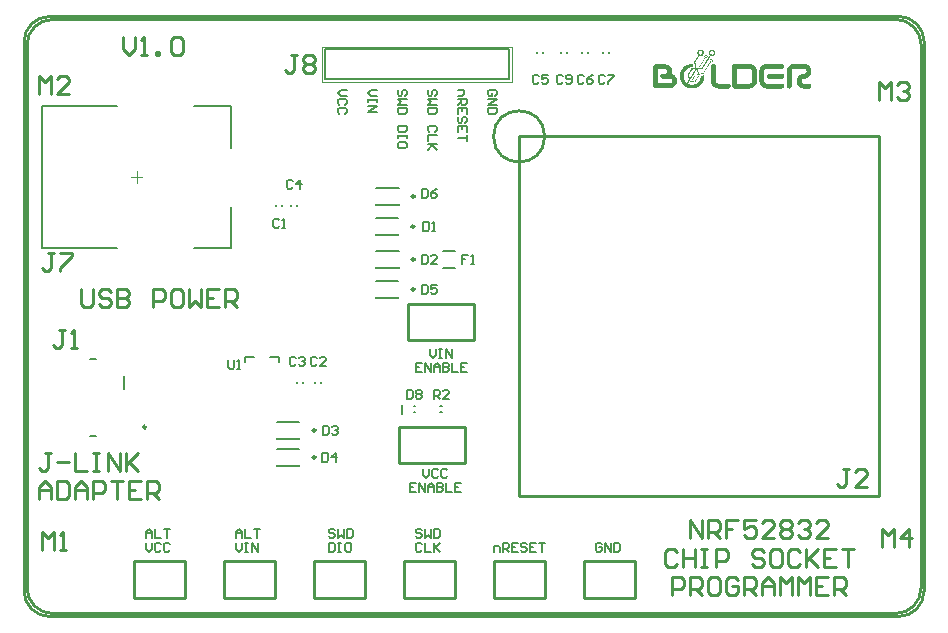
<source format=gto>
G04*
G04 #@! TF.GenerationSoftware,Altium Limited,Altium Designer,21.3.2 (30)*
G04*
G04 Layer_Color=65535*
%FSLAX44Y44*%
%MOMM*%
G71*
G04*
G04 #@! TF.SameCoordinates,9234EC1E-5B27-41C9-997F-A59CE03DEA51*
G04*
G04*
G04 #@! TF.FilePolarity,Positive*
G04*
G01*
G75*
%ADD10C,0.2540*%
%ADD11C,0.2500*%
%ADD12C,0.1524*%
%ADD13C,0.2000*%
%ADD14C,0.1270*%
%ADD15C,0.0500*%
G36*
X803107Y712910D02*
X803293D01*
Y712817D01*
X803479D01*
Y712724D01*
X803665D01*
Y712631D01*
X803851D01*
Y712538D01*
X804037D01*
Y712445D01*
X804130D01*
Y712352D01*
X804316D01*
Y712259D01*
X804409D01*
Y712166D01*
X804502D01*
Y712073D01*
X804688D01*
Y711980D01*
X804781D01*
Y711887D01*
X804874D01*
Y711794D01*
X804967D01*
Y711701D01*
X805060D01*
Y711608D01*
X805153D01*
Y711515D01*
X805246D01*
Y711422D01*
X805339D01*
Y711329D01*
X805432D01*
Y711236D01*
X805525D01*
Y711049D01*
X805618D01*
Y710956D01*
X805711D01*
Y710770D01*
X805804D01*
Y710677D01*
X805897D01*
Y710491D01*
X805990D01*
Y710398D01*
X806083D01*
Y710212D01*
X806176D01*
Y710026D01*
X806269D01*
Y709840D01*
X806362D01*
Y709561D01*
X806455D01*
Y709282D01*
X806548D01*
Y709096D01*
X806641D01*
Y708631D01*
X806734D01*
Y708259D01*
X806827D01*
Y706492D01*
X806734D01*
Y706120D01*
X806641D01*
Y705655D01*
X806548D01*
Y705469D01*
X806455D01*
Y705190D01*
X806362D01*
Y704911D01*
X806269D01*
Y704818D01*
X806176D01*
Y704539D01*
X806083D01*
Y704446D01*
X805990D01*
Y704260D01*
X805897D01*
Y704074D01*
X805804D01*
Y703981D01*
X805711D01*
Y703888D01*
X805618D01*
Y703702D01*
X805525D01*
Y703609D01*
X805432D01*
Y703516D01*
X805339D01*
Y703423D01*
X805246D01*
Y703330D01*
X805153D01*
Y703237D01*
X805060D01*
Y703144D01*
X804967D01*
Y703051D01*
X804874D01*
Y702958D01*
X804781D01*
Y702865D01*
X804688D01*
Y702772D01*
X804595D01*
Y702679D01*
X804502D01*
Y702586D01*
X804316D01*
Y702493D01*
X804223D01*
Y702400D01*
X804130D01*
Y702307D01*
X803944D01*
Y702214D01*
X803758D01*
Y702121D01*
X803572D01*
Y702028D01*
X803386D01*
Y701935D01*
X803293D01*
Y701842D01*
X803014D01*
Y701749D01*
X802828D01*
Y701656D01*
X802456D01*
Y701563D01*
X802177D01*
Y701469D01*
X801712D01*
Y701376D01*
X788132D01*
Y701469D01*
X787853D01*
Y701563D01*
X787760D01*
Y701656D01*
X787574D01*
Y701749D01*
X787388D01*
Y701842D01*
X787295D01*
Y701935D01*
X787202D01*
Y702028D01*
X787109D01*
Y702121D01*
X787016D01*
Y702307D01*
X786923D01*
Y702400D01*
X786830D01*
Y702679D01*
X786737D01*
Y702958D01*
X786644D01*
Y719792D01*
X786737D01*
Y720164D01*
X786830D01*
Y720350D01*
X786923D01*
Y720443D01*
X787016D01*
Y720630D01*
X787109D01*
Y720723D01*
X787202D01*
Y720816D01*
X787295D01*
Y720909D01*
X787388D01*
Y721002D01*
X787574D01*
Y721095D01*
X787667D01*
Y721188D01*
X787853D01*
Y721281D01*
X788225D01*
Y721374D01*
X797619D01*
Y721281D01*
X798177D01*
Y721188D01*
X798549D01*
Y721095D01*
X798735D01*
Y721002D01*
X799014D01*
Y720909D01*
X799200D01*
Y720816D01*
X799479D01*
Y720723D01*
X799572D01*
Y720630D01*
X799758D01*
Y720536D01*
X799944D01*
Y720443D01*
X800037D01*
Y720350D01*
X800223D01*
Y720257D01*
X800316D01*
Y720164D01*
X800409D01*
Y720071D01*
X800595D01*
Y719978D01*
X800688D01*
Y719885D01*
X800781D01*
Y719792D01*
X800874D01*
Y719699D01*
X800967D01*
Y719606D01*
X801060D01*
Y719513D01*
X801153D01*
Y719420D01*
X801247D01*
Y719327D01*
X801339D01*
Y719234D01*
X801433D01*
Y719141D01*
X801526D01*
Y718955D01*
X801619D01*
Y718862D01*
X801712D01*
Y718676D01*
X801805D01*
Y718583D01*
X801898D01*
Y718397D01*
X801991D01*
Y718304D01*
X802084D01*
Y718118D01*
X802177D01*
Y717932D01*
X802270D01*
Y717746D01*
X802363D01*
Y717467D01*
X802456D01*
Y717188D01*
X802549D01*
Y716909D01*
X802642D01*
Y716444D01*
X802735D01*
Y715979D01*
X802828D01*
Y714770D01*
X802735D01*
Y714305D01*
X802642D01*
Y713840D01*
X802549D01*
Y713561D01*
X802456D01*
Y713189D01*
X802642D01*
Y713096D01*
X802828D01*
Y713003D01*
X803107D01*
Y712910D01*
D02*
G37*
G36*
X836683Y733930D02*
X837334D01*
Y733837D01*
X837613D01*
Y733744D01*
X837799D01*
Y733651D01*
X837985D01*
Y733558D01*
X838078D01*
Y733465D01*
X838264D01*
Y733372D01*
X838357D01*
Y733279D01*
X838450D01*
Y733186D01*
X838543D01*
Y733093D01*
X838636D01*
Y733000D01*
X838729D01*
Y732907D01*
X838822D01*
Y732814D01*
X838915D01*
Y732535D01*
X839008D01*
Y732442D01*
X839101D01*
Y732256D01*
X839194D01*
Y731884D01*
X839287D01*
Y731512D01*
X839380D01*
Y731047D01*
X839287D01*
Y730675D01*
X839194D01*
Y730302D01*
X839101D01*
Y730116D01*
X839008D01*
Y729930D01*
X838915D01*
Y729744D01*
X838822D01*
Y729651D01*
X838729D01*
Y729465D01*
X838636D01*
Y729372D01*
X838543D01*
Y729279D01*
X838450D01*
Y729186D01*
X838357D01*
Y729093D01*
X838171D01*
Y729000D01*
X838078D01*
Y728907D01*
X837892D01*
Y728814D01*
X837706D01*
Y728721D01*
X837613D01*
Y728628D01*
X837148D01*
Y728535D01*
X835939D01*
Y728628D01*
X835474D01*
Y728535D01*
X835381D01*
Y728349D01*
X835288D01*
Y728256D01*
X835195D01*
Y728163D01*
X835102D01*
Y727977D01*
X835009D01*
Y727791D01*
X834916D01*
Y727605D01*
X834823D01*
Y727512D01*
X834730D01*
Y727326D01*
X834637D01*
Y727233D01*
X834544D01*
Y727140D01*
X834451D01*
Y726954D01*
X834358D01*
Y726768D01*
X834265D01*
Y726582D01*
X834172D01*
Y726489D01*
X834079D01*
Y726396D01*
X833986D01*
Y726210D01*
X833893D01*
Y726024D01*
X833800D01*
Y725931D01*
X833707D01*
Y725745D01*
X833614D01*
Y725559D01*
X833521D01*
Y725466D01*
X833428D01*
Y725373D01*
X833335D01*
Y725187D01*
X833242D01*
Y725001D01*
X833149D01*
Y724815D01*
X833056D01*
Y724722D01*
X832963D01*
Y724629D01*
X832870D01*
Y724443D01*
X832777D01*
Y724257D01*
X832684D01*
Y724164D01*
X832591D01*
Y723978D01*
X832498D01*
Y723885D01*
X832405D01*
Y723699D01*
X832312D01*
Y723606D01*
X832219D01*
Y723420D01*
X832126D01*
Y723234D01*
X832033D01*
Y723048D01*
X831940D01*
Y722955D01*
X831847D01*
Y722862D01*
X831754D01*
Y722676D01*
X831661D01*
Y722583D01*
X831568D01*
Y722397D01*
X831475D01*
Y722211D01*
X831382D01*
Y722118D01*
X831289D01*
Y721932D01*
X831196D01*
Y721839D01*
X831103D01*
Y721653D01*
X831010D01*
Y721560D01*
X830917D01*
Y721374D01*
X830824D01*
Y721188D01*
X830731D01*
Y721095D01*
X830638D01*
Y720909D01*
X830545D01*
Y720816D01*
X830452D01*
Y720630D01*
X830359D01*
Y720443D01*
X830265D01*
Y720350D01*
X830173D01*
Y720164D01*
X830079D01*
Y720071D01*
X829986D01*
Y719885D01*
X829893D01*
Y719792D01*
X829800D01*
Y719606D01*
X829707D01*
Y719420D01*
X829614D01*
Y719327D01*
X829521D01*
Y719141D01*
X829428D01*
Y719048D01*
X829335D01*
Y718862D01*
X829242D01*
Y718769D01*
X829149D01*
Y718583D01*
X829056D01*
Y718397D01*
X828963D01*
Y718304D01*
X828870D01*
Y718118D01*
X828777D01*
Y718025D01*
X828684D01*
Y717839D01*
X828591D01*
Y717653D01*
X828498D01*
Y717560D01*
X828405D01*
Y717374D01*
X828312D01*
Y717281D01*
X828219D01*
Y717095D01*
X824778D01*
Y717002D01*
X824685D01*
Y716816D01*
X824592D01*
Y716723D01*
X824499D01*
Y716630D01*
X824406D01*
Y716165D01*
X824499D01*
Y715979D01*
X824592D01*
Y715700D01*
X824685D01*
Y715421D01*
X824778D01*
Y715235D01*
X824871D01*
Y714956D01*
X824964D01*
Y714770D01*
X825057D01*
Y714491D01*
X825150D01*
Y714212D01*
X825243D01*
Y714026D01*
X825336D01*
Y713747D01*
X825429D01*
Y713561D01*
X825522D01*
Y713375D01*
X825615D01*
Y713282D01*
X825894D01*
Y713375D01*
X826359D01*
Y713468D01*
X826638D01*
Y713561D01*
X827010D01*
Y713654D01*
X827475D01*
Y713747D01*
X827754D01*
Y713840D01*
X828312D01*
Y713933D01*
X828684D01*
Y714026D01*
X828870D01*
Y714119D01*
X828963D01*
Y714305D01*
X829056D01*
Y714398D01*
X829149D01*
Y714491D01*
X829242D01*
Y714677D01*
X829335D01*
Y714770D01*
X829428D01*
Y715049D01*
X829521D01*
Y715142D01*
X829614D01*
Y715328D01*
X829707D01*
Y715421D01*
X829800D01*
Y715514D01*
X829893D01*
Y715700D01*
X829986D01*
Y715886D01*
X830079D01*
Y716072D01*
X830173D01*
Y716165D01*
X830265D01*
Y716258D01*
X830359D01*
Y716444D01*
X830452D01*
Y716537D01*
X830545D01*
Y716723D01*
X830638D01*
Y716909D01*
X830731D01*
Y717095D01*
X830824D01*
Y717188D01*
X830917D01*
Y717281D01*
X831010D01*
Y717467D01*
X831103D01*
Y717653D01*
X831196D01*
Y717746D01*
X831289D01*
Y717932D01*
X831382D01*
Y718118D01*
X831475D01*
Y718211D01*
X831568D01*
Y718304D01*
X831661D01*
Y718490D01*
X831754D01*
Y718676D01*
X831847D01*
Y718769D01*
X831940D01*
Y718955D01*
X832033D01*
Y719048D01*
X832126D01*
Y719234D01*
X832219D01*
Y719420D01*
X832312D01*
Y719606D01*
X832405D01*
Y719699D01*
X832498D01*
Y719792D01*
X832591D01*
Y719978D01*
X832684D01*
Y720071D01*
X832777D01*
Y720350D01*
X832870D01*
Y720443D01*
X832963D01*
Y720536D01*
X833056D01*
Y720723D01*
X833149D01*
Y720816D01*
X833242D01*
Y721002D01*
X833335D01*
Y721095D01*
X833428D01*
Y721374D01*
X833521D01*
Y721467D01*
X833614D01*
Y721560D01*
X833707D01*
Y721746D01*
X833800D01*
Y721839D01*
X833893D01*
Y722025D01*
X833986D01*
Y722211D01*
X834079D01*
Y722304D01*
X834172D01*
Y722490D01*
X834265D01*
Y722583D01*
X834358D01*
Y722769D01*
X834451D01*
Y722862D01*
X834544D01*
Y723048D01*
X834637D01*
Y723234D01*
X834730D01*
Y723699D01*
X834637D01*
Y723792D01*
X834544D01*
Y724071D01*
X834451D01*
Y724722D01*
X834544D01*
Y725094D01*
X834637D01*
Y725187D01*
X834730D01*
Y725373D01*
X834823D01*
Y725466D01*
X835009D01*
Y725559D01*
X835102D01*
Y725652D01*
X835474D01*
Y725745D01*
X836032D01*
Y725652D01*
X836497D01*
Y725559D01*
X836590D01*
Y725466D01*
X836683D01*
Y725373D01*
X836776D01*
Y725280D01*
X836869D01*
Y725187D01*
X836962D01*
Y724908D01*
X837055D01*
Y724722D01*
X837148D01*
Y724071D01*
X837055D01*
Y723885D01*
X836962D01*
Y723699D01*
X836869D01*
Y723513D01*
X836683D01*
Y723327D01*
X836497D01*
Y723234D01*
X836311D01*
Y723141D01*
X836032D01*
Y723048D01*
X835567D01*
Y723141D01*
X835381D01*
Y723048D01*
X835195D01*
Y722955D01*
X835102D01*
Y722769D01*
X835009D01*
Y722676D01*
X834916D01*
Y722397D01*
X834823D01*
Y722304D01*
X834730D01*
Y722118D01*
X834637D01*
Y722025D01*
X834544D01*
Y721932D01*
X834451D01*
Y721746D01*
X834358D01*
Y721560D01*
X834265D01*
Y721467D01*
X834172D01*
Y721281D01*
X834079D01*
Y721095D01*
X833986D01*
Y721002D01*
X833893D01*
Y720909D01*
X833800D01*
Y720723D01*
X833707D01*
Y720536D01*
X833614D01*
Y720350D01*
X833521D01*
Y720257D01*
X833428D01*
Y720164D01*
X833335D01*
Y719978D01*
X833242D01*
Y719792D01*
X833149D01*
Y719699D01*
X833056D01*
Y719513D01*
X832963D01*
Y719420D01*
X832870D01*
Y719234D01*
X832777D01*
Y719141D01*
X832684D01*
Y718955D01*
X832591D01*
Y718769D01*
X832498D01*
Y718676D01*
X832405D01*
Y718490D01*
X832312D01*
Y718397D01*
X832219D01*
Y718211D01*
X832126D01*
Y718025D01*
X832033D01*
Y717932D01*
X831940D01*
Y717746D01*
X831847D01*
Y717653D01*
X831754D01*
Y717467D01*
X831661D01*
Y717374D01*
X831568D01*
Y717095D01*
X831475D01*
Y717002D01*
X831382D01*
Y716909D01*
X831289D01*
Y716723D01*
X831196D01*
Y716630D01*
X831103D01*
Y716444D01*
X831010D01*
Y716351D01*
X830917D01*
Y716165D01*
X830824D01*
Y715979D01*
X830731D01*
Y715886D01*
X830638D01*
Y715700D01*
X830545D01*
Y715607D01*
X830452D01*
Y715421D01*
X830359D01*
Y715235D01*
X830265D01*
Y715142D01*
X830173D01*
Y714956D01*
X830079D01*
Y714863D01*
X829986D01*
Y714677D01*
X829893D01*
Y714584D01*
X829800D01*
Y714398D01*
X829707D01*
Y714212D01*
X829614D01*
Y714119D01*
X829521D01*
Y713933D01*
X829428D01*
Y713840D01*
X829335D01*
Y713654D01*
X829242D01*
Y713561D01*
X829149D01*
Y713468D01*
X828498D01*
Y713375D01*
X828312D01*
Y713282D01*
X827754D01*
Y713189D01*
X827475D01*
Y713096D01*
X827010D01*
Y713003D01*
X826452D01*
Y712910D01*
X826173D01*
Y712817D01*
X825894D01*
Y712631D01*
X825801D01*
Y712538D01*
X825894D01*
Y712166D01*
X825801D01*
Y711980D01*
X825708D01*
Y711794D01*
X825615D01*
Y711701D01*
X825522D01*
Y711515D01*
X825429D01*
Y711422D01*
X825336D01*
Y711236D01*
X825243D01*
Y711049D01*
X825150D01*
Y710956D01*
X825057D01*
Y710770D01*
X824964D01*
Y710677D01*
X824871D01*
Y710491D01*
X824778D01*
Y710305D01*
X824685D01*
Y710212D01*
X824592D01*
Y710026D01*
X824499D01*
Y709933D01*
X824406D01*
Y709747D01*
X824313D01*
Y709654D01*
X824220D01*
Y709468D01*
X824127D01*
Y709282D01*
X824034D01*
Y709189D01*
X823941D01*
Y709003D01*
X823848D01*
Y708910D01*
X823755D01*
Y708724D01*
X823662D01*
Y708538D01*
X823569D01*
Y708445D01*
X823476D01*
Y708259D01*
X823383D01*
Y708166D01*
X823290D01*
Y707980D01*
X823197D01*
Y707887D01*
X823104D01*
Y707701D01*
X823011D01*
Y707515D01*
X822918D01*
Y707422D01*
X822825D01*
Y707236D01*
X822732D01*
Y707143D01*
X822639D01*
Y706957D01*
X822546D01*
Y706864D01*
X822453D01*
Y706678D01*
X822360D01*
Y706492D01*
X822267D01*
Y706399D01*
X822174D01*
Y706213D01*
X821802D01*
Y706306D01*
X821151D01*
Y706399D01*
X820686D01*
Y706492D01*
X820034D01*
Y706585D01*
X819197D01*
Y706678D01*
X818732D01*
Y706771D01*
X817895D01*
Y706864D01*
X817523D01*
Y706957D01*
X817151D01*
Y706864D01*
X817058D01*
Y706771D01*
X816965D01*
Y706678D01*
X816872D01*
Y706492D01*
X816779D01*
Y706306D01*
X816686D01*
Y706213D01*
X816593D01*
Y706027D01*
X816500D01*
Y705934D01*
X816407D01*
Y705748D01*
X816314D01*
Y705562D01*
X816221D01*
Y705469D01*
X816128D01*
Y705283D01*
X816035D01*
Y705097D01*
X816128D01*
Y705004D01*
X816221D01*
Y704911D01*
X816500D01*
Y704818D01*
X816593D01*
Y704725D01*
X816872D01*
Y704632D01*
X817058D01*
Y704539D01*
X817337D01*
Y704446D01*
X817709D01*
Y704353D01*
X817895D01*
Y704260D01*
X818639D01*
Y704167D01*
X820592D01*
Y704260D01*
X821337D01*
Y704353D01*
X821523D01*
Y704446D01*
X821895D01*
Y704539D01*
X822174D01*
Y704632D01*
X822360D01*
Y704725D01*
X822639D01*
Y704818D01*
X822732D01*
Y704911D01*
X823011D01*
Y705004D01*
X823104D01*
Y705097D01*
X823290D01*
Y705190D01*
X823476D01*
Y705283D01*
X823569D01*
Y705376D01*
X823755D01*
Y705469D01*
X823848D01*
Y705562D01*
X824034D01*
Y705655D01*
X824127D01*
Y705748D01*
X824220D01*
Y705841D01*
X824313D01*
Y705934D01*
X824406D01*
Y706027D01*
X824592D01*
Y706120D01*
X824685D01*
Y706213D01*
X824778D01*
Y706306D01*
X824871D01*
Y706399D01*
X824964D01*
Y706492D01*
X825057D01*
Y706585D01*
X825150D01*
Y706771D01*
X825243D01*
Y706864D01*
X825336D01*
Y706957D01*
X825429D01*
Y707143D01*
X825522D01*
Y707236D01*
X825615D01*
Y707329D01*
X825708D01*
Y707515D01*
X825801D01*
Y707608D01*
X825894D01*
Y707794D01*
X825987D01*
Y707887D01*
X826080D01*
Y708166D01*
X826173D01*
Y708259D01*
X826266D01*
Y708538D01*
X826359D01*
Y708724D01*
X826452D01*
Y708910D01*
X826545D01*
Y709282D01*
X826638D01*
Y709468D01*
X826731D01*
Y709933D01*
X826824D01*
Y710491D01*
X826917D01*
Y711143D01*
X827010D01*
Y711329D01*
X827103D01*
Y711422D01*
X827196D01*
Y711608D01*
X827661D01*
Y711701D01*
X827847D01*
Y711794D01*
X828405D01*
Y711887D01*
X828777D01*
Y711980D01*
X829149D01*
Y712073D01*
X829707D01*
Y712166D01*
X829800D01*
Y712259D01*
X829986D01*
Y709840D01*
X829893D01*
Y709468D01*
X829800D01*
Y708910D01*
X829707D01*
Y708538D01*
X829614D01*
Y708259D01*
X829521D01*
Y707887D01*
X829428D01*
Y707794D01*
X829335D01*
Y707422D01*
X829242D01*
Y707329D01*
X829149D01*
Y707050D01*
X829056D01*
Y706864D01*
X828963D01*
Y706678D01*
X828870D01*
Y706492D01*
X828777D01*
Y706399D01*
X828684D01*
Y706120D01*
X828591D01*
Y706027D01*
X828498D01*
Y705841D01*
X828405D01*
Y705655D01*
X828312D01*
Y705562D01*
X828219D01*
Y705376D01*
X828126D01*
Y705283D01*
X828033D01*
Y705190D01*
X827940D01*
Y705097D01*
X827847D01*
Y704911D01*
X827754D01*
Y704818D01*
X827661D01*
Y704725D01*
X827568D01*
Y704632D01*
X827475D01*
Y704539D01*
X827382D01*
Y704353D01*
X827289D01*
Y704260D01*
X827196D01*
Y704167D01*
X827103D01*
Y704074D01*
X826917D01*
Y703888D01*
X826824D01*
Y703795D01*
X826731D01*
Y703702D01*
X826545D01*
Y703609D01*
X826452D01*
Y703516D01*
X826359D01*
Y703423D01*
X826266D01*
Y703330D01*
X826173D01*
Y703237D01*
X825987D01*
Y703144D01*
X825894D01*
Y703051D01*
X825801D01*
Y702958D01*
X825615D01*
Y702865D01*
X825522D01*
Y702772D01*
X825336D01*
Y702679D01*
X825243D01*
Y702586D01*
X825057D01*
Y702493D01*
X824964D01*
Y702400D01*
X824778D01*
Y702307D01*
X824592D01*
Y702214D01*
X824406D01*
Y702121D01*
X824220D01*
Y702028D01*
X824034D01*
Y701935D01*
X823755D01*
Y701842D01*
X823569D01*
Y701749D01*
X823383D01*
Y701656D01*
X823104D01*
Y701563D01*
X822918D01*
Y701469D01*
X822453D01*
Y701376D01*
X822174D01*
Y701283D01*
X821802D01*
Y701190D01*
X821151D01*
Y701097D01*
X820686D01*
Y701004D01*
X818546D01*
Y701097D01*
X818081D01*
Y701190D01*
X817430D01*
Y701283D01*
X817058D01*
Y701376D01*
X816779D01*
Y701469D01*
X816314D01*
Y701563D01*
X816128D01*
Y701656D01*
X815849D01*
Y701749D01*
X815663D01*
Y701842D01*
X815477D01*
Y701935D01*
X815198D01*
Y702028D01*
X815012D01*
Y702121D01*
X814733D01*
Y702214D01*
X814640D01*
Y702307D01*
X814454D01*
Y702400D01*
X814268D01*
Y702493D01*
X814175D01*
Y702586D01*
X813989D01*
Y702679D01*
X813896D01*
Y702772D01*
X813710D01*
Y702865D01*
X813617D01*
Y702958D01*
X813431D01*
Y703051D01*
X813338D01*
Y703144D01*
X813245D01*
Y703237D01*
X813059D01*
Y703330D01*
X812966D01*
Y703423D01*
X812873D01*
Y703516D01*
X812687D01*
Y703702D01*
X812501D01*
Y703795D01*
X812408D01*
Y703888D01*
X812315D01*
Y703981D01*
X812222D01*
Y704074D01*
X812129D01*
Y704167D01*
X812036D01*
Y704260D01*
X811943D01*
Y704353D01*
X811850D01*
Y704446D01*
X811757D01*
Y704632D01*
X811664D01*
Y704725D01*
X811571D01*
Y704818D01*
X811478D01*
Y704911D01*
X811385D01*
Y705004D01*
X811292D01*
Y705190D01*
X811199D01*
Y705283D01*
X811105D01*
Y705469D01*
X811012D01*
Y705562D01*
X810919D01*
Y705748D01*
X810826D01*
Y705841D01*
X810733D01*
Y705934D01*
X810640D01*
Y706120D01*
X810547D01*
Y706306D01*
X810454D01*
Y706492D01*
X810361D01*
Y706678D01*
X810268D01*
Y706864D01*
X810175D01*
Y707050D01*
X810082D01*
Y707236D01*
X809989D01*
Y707515D01*
X809896D01*
Y707701D01*
X809803D01*
Y707980D01*
X809710D01*
Y708259D01*
X809617D01*
Y708538D01*
X809524D01*
Y708910D01*
X809431D01*
Y709189D01*
X809338D01*
Y709933D01*
X809245D01*
Y710584D01*
X809152D01*
Y712259D01*
X809245D01*
Y712817D01*
X809338D01*
Y713654D01*
X809431D01*
Y713840D01*
X809524D01*
Y714305D01*
X809617D01*
Y714491D01*
X809710D01*
Y714770D01*
X809803D01*
Y715142D01*
X809896D01*
Y715235D01*
X809989D01*
Y715607D01*
X810082D01*
Y715700D01*
X810175D01*
Y715886D01*
X810268D01*
Y716165D01*
X810361D01*
Y716258D01*
X810454D01*
Y716444D01*
X810547D01*
Y716630D01*
X810640D01*
Y716816D01*
X810733D01*
Y716909D01*
X810826D01*
Y717002D01*
X810919D01*
Y717188D01*
X811012D01*
Y717281D01*
X811105D01*
Y717467D01*
X811199D01*
Y717560D01*
X811292D01*
Y717746D01*
X811385D01*
Y717839D01*
X811478D01*
Y717932D01*
X811571D01*
Y718025D01*
X811664D01*
Y718118D01*
X811757D01*
Y718304D01*
X811850D01*
Y718397D01*
X811943D01*
Y718490D01*
X812036D01*
Y718583D01*
X812129D01*
Y718676D01*
X812222D01*
Y718769D01*
X812315D01*
Y718862D01*
X812408D01*
Y718955D01*
X812501D01*
Y719048D01*
X812594D01*
Y719141D01*
X812780D01*
Y719234D01*
X812873D01*
Y719327D01*
X812966D01*
Y719420D01*
X813059D01*
Y719513D01*
X813152D01*
Y719606D01*
X813338D01*
Y719699D01*
X813431D01*
Y719792D01*
X813617D01*
Y719885D01*
X813710D01*
Y719978D01*
X813803D01*
Y720071D01*
X813989D01*
Y720164D01*
X814175D01*
Y720257D01*
X814268D01*
Y720350D01*
X814454D01*
Y720443D01*
X814640D01*
Y720536D01*
X814826D01*
Y720630D01*
X815012D01*
Y720723D01*
X815198D01*
Y720816D01*
X815384D01*
Y720909D01*
X815663D01*
Y721002D01*
X815942D01*
Y721095D01*
X816128D01*
Y721188D01*
X816500D01*
Y721281D01*
X816686D01*
Y721374D01*
X817058D01*
Y721467D01*
X817430D01*
Y721560D01*
X817988D01*
Y721653D01*
X819290D01*
Y721746D01*
X819941D01*
Y721653D01*
X820127D01*
Y721374D01*
X820220D01*
Y720816D01*
X820313D01*
Y720630D01*
X820406D01*
Y720071D01*
X820499D01*
Y719792D01*
X820592D01*
Y719606D01*
X820499D01*
Y719513D01*
X818732D01*
Y719420D01*
X818546D01*
Y719327D01*
X818360D01*
Y719234D01*
X818267D01*
Y719141D01*
X818174D01*
Y719048D01*
X818081D01*
Y718955D01*
X817988D01*
Y718862D01*
X817895D01*
Y718676D01*
X817802D01*
Y718583D01*
X817709D01*
Y718397D01*
X817616D01*
Y718304D01*
X817430D01*
Y718211D01*
X817058D01*
Y718118D01*
X816779D01*
Y718025D01*
X816686D01*
Y717932D01*
X816407D01*
Y717839D01*
X816314D01*
Y717746D01*
X816035D01*
Y717653D01*
X815942D01*
Y717560D01*
X815756D01*
Y717467D01*
X815570D01*
Y717374D01*
X815477D01*
Y717281D01*
X815291D01*
Y717188D01*
X815198D01*
Y717095D01*
X815105D01*
Y717002D01*
X815012D01*
Y716909D01*
X814919D01*
Y716816D01*
X814733D01*
Y716723D01*
X814640D01*
Y716630D01*
X814547D01*
Y716537D01*
X814454D01*
Y716444D01*
X814361D01*
Y716351D01*
X814268D01*
Y716258D01*
X814175D01*
Y716165D01*
X814082D01*
Y716072D01*
X813989D01*
Y715886D01*
X813896D01*
Y715793D01*
X813803D01*
Y715700D01*
X813710D01*
Y715514D01*
X813617D01*
Y715421D01*
X813524D01*
Y715235D01*
X813431D01*
Y715142D01*
X813338D01*
Y715049D01*
X813245D01*
Y714770D01*
X813152D01*
Y714677D01*
X813059D01*
Y714398D01*
X812966D01*
Y714305D01*
X812873D01*
Y714026D01*
X812780D01*
Y713747D01*
X812687D01*
Y713561D01*
X812594D01*
Y713096D01*
X812501D01*
Y712910D01*
X812408D01*
Y712073D01*
X812315D01*
Y710677D01*
X812408D01*
Y709933D01*
X812501D01*
Y709654D01*
X812594D01*
Y709189D01*
X812687D01*
Y709003D01*
X812780D01*
Y708724D01*
X812873D01*
Y708445D01*
X812966D01*
Y708352D01*
X813059D01*
Y708073D01*
X813152D01*
Y707980D01*
X813245D01*
Y707794D01*
X813338D01*
Y707608D01*
X813431D01*
Y707515D01*
X813524D01*
Y707329D01*
X813617D01*
Y707236D01*
X813710D01*
Y707050D01*
X813803D01*
Y706957D01*
X813896D01*
Y706864D01*
X813989D01*
Y706771D01*
X814082D01*
Y706678D01*
X814175D01*
Y706492D01*
X814268D01*
Y706399D01*
X814361D01*
Y706306D01*
X814454D01*
Y706213D01*
X814547D01*
Y706120D01*
X814640D01*
Y706027D01*
X814826D01*
Y705841D01*
X815198D01*
Y705934D01*
X815291D01*
Y706027D01*
X815384D01*
Y706213D01*
X815477D01*
Y706306D01*
X815570D01*
Y706492D01*
X815663D01*
Y706678D01*
X815756D01*
Y706771D01*
X815849D01*
Y706957D01*
X815942D01*
Y707050D01*
X816035D01*
Y707236D01*
X816128D01*
Y707329D01*
X816221D01*
Y707515D01*
X816314D01*
Y707701D01*
X816407D01*
Y707794D01*
X816500D01*
Y707980D01*
X816593D01*
Y708073D01*
X816686D01*
Y708259D01*
X816779D01*
Y708352D01*
X816872D01*
Y708817D01*
X816779D01*
Y709003D01*
X816686D01*
Y709561D01*
X816593D01*
Y709747D01*
X816500D01*
Y710398D01*
X816407D01*
Y710677D01*
X816314D01*
Y711143D01*
X816221D01*
Y711608D01*
X816128D01*
Y711794D01*
X816035D01*
Y712445D01*
X815942D01*
Y712631D01*
X815849D01*
Y712910D01*
X815942D01*
Y713003D01*
X816035D01*
Y713189D01*
X816128D01*
Y713282D01*
X816221D01*
Y713468D01*
X816314D01*
Y713654D01*
X816407D01*
Y713747D01*
X816500D01*
Y713933D01*
X816593D01*
Y714026D01*
X816686D01*
Y714212D01*
X816779D01*
Y714398D01*
X816872D01*
Y714491D01*
X816965D01*
Y714677D01*
X817058D01*
Y714770D01*
X817151D01*
Y714956D01*
X817244D01*
Y715049D01*
X817337D01*
Y715235D01*
X817430D01*
Y715421D01*
X817523D01*
Y715514D01*
X817616D01*
Y715700D01*
X817709D01*
Y715793D01*
X817802D01*
Y715979D01*
X817895D01*
Y716165D01*
X817988D01*
Y716258D01*
X818081D01*
Y716444D01*
X818174D01*
Y716537D01*
X818267D01*
Y716723D01*
X818360D01*
Y716816D01*
X818453D01*
Y717002D01*
X818546D01*
Y717188D01*
X818639D01*
Y717281D01*
X818732D01*
Y717467D01*
X818825D01*
Y717560D01*
X818918D01*
Y717746D01*
X819011D01*
Y717932D01*
X819104D01*
Y718025D01*
X819290D01*
Y718118D01*
X819383D01*
Y718025D01*
X821802D01*
Y718118D01*
X821988D01*
Y718025D01*
X822081D01*
Y718118D01*
X822360D01*
Y718583D01*
X822267D01*
Y719048D01*
X822174D01*
Y719420D01*
X822081D01*
Y719978D01*
X821988D01*
Y720257D01*
X821895D01*
Y720536D01*
X821802D01*
Y721095D01*
X821709D01*
Y721374D01*
X821616D01*
Y721932D01*
X821523D01*
Y722304D01*
X821430D01*
Y722676D01*
X821337D01*
Y723141D01*
X821244D01*
Y723420D01*
X821337D01*
Y723606D01*
X821430D01*
Y723699D01*
X821523D01*
Y723885D01*
X821616D01*
Y724071D01*
X821709D01*
Y724164D01*
X821802D01*
Y724350D01*
X821895D01*
Y724443D01*
X821988D01*
Y724629D01*
X822081D01*
Y724815D01*
X822174D01*
Y724908D01*
X822267D01*
Y725094D01*
X822360D01*
Y725187D01*
X822453D01*
Y725373D01*
X822546D01*
Y725466D01*
X822639D01*
Y725652D01*
X822732D01*
Y725838D01*
X822825D01*
Y725931D01*
X822918D01*
Y726117D01*
X823011D01*
Y726210D01*
X823104D01*
Y726396D01*
X823197D01*
Y726582D01*
X823290D01*
Y726675D01*
X823383D01*
Y726861D01*
X823476D01*
Y726954D01*
X823569D01*
Y727140D01*
X823662D01*
Y727233D01*
X823755D01*
Y727419D01*
X823848D01*
Y727605D01*
X823941D01*
Y727698D01*
X824034D01*
Y727884D01*
X824127D01*
Y727977D01*
X824220D01*
Y728070D01*
X824313D01*
Y728349D01*
X824406D01*
Y728442D01*
X824499D01*
Y728628D01*
X824592D01*
Y728721D01*
X824685D01*
Y728814D01*
X824778D01*
Y729279D01*
X824685D01*
Y729372D01*
X824592D01*
Y729465D01*
X824499D01*
Y729651D01*
X824406D01*
Y729744D01*
X824313D01*
Y730023D01*
X824220D01*
Y730209D01*
X824127D01*
Y730489D01*
X824034D01*
Y731884D01*
X824127D01*
Y732070D01*
X824220D01*
Y732349D01*
X824313D01*
Y732535D01*
X824406D01*
Y732628D01*
X824499D01*
Y732814D01*
X824592D01*
Y732907D01*
X824685D01*
Y733000D01*
X824778D01*
Y733093D01*
X824871D01*
Y733186D01*
X824964D01*
Y733279D01*
X825057D01*
Y733372D01*
X825150D01*
Y733465D01*
X825336D01*
Y733558D01*
X825429D01*
Y733651D01*
X825801D01*
Y733744D01*
X825894D01*
Y733837D01*
X826545D01*
Y733930D01*
X827103D01*
Y733837D01*
X827661D01*
Y733744D01*
X827847D01*
Y733651D01*
X828126D01*
Y733558D01*
X828219D01*
Y733465D01*
X828405D01*
Y733372D01*
X828498D01*
Y733279D01*
X828591D01*
Y733186D01*
X828684D01*
Y733093D01*
X828777D01*
Y733000D01*
X828870D01*
Y732907D01*
X828963D01*
Y732814D01*
X829056D01*
Y732628D01*
X829149D01*
Y732535D01*
X829242D01*
Y732349D01*
X829335D01*
Y732070D01*
X829428D01*
Y731884D01*
X829521D01*
Y730395D01*
X829428D01*
Y730209D01*
X829335D01*
Y729930D01*
X829242D01*
Y729837D01*
X829149D01*
Y729651D01*
X829056D01*
Y729465D01*
X828963D01*
Y729372D01*
X828870D01*
Y729279D01*
X828777D01*
Y729186D01*
X828684D01*
Y729093D01*
X828591D01*
Y729000D01*
X828498D01*
Y728907D01*
X828312D01*
Y728814D01*
X828219D01*
Y728721D01*
X828033D01*
Y728628D01*
X827754D01*
Y728535D01*
X827568D01*
Y728442D01*
X826080D01*
Y728535D01*
X825801D01*
Y728442D01*
X825615D01*
Y728256D01*
X825522D01*
Y728070D01*
X825429D01*
Y727977D01*
X825336D01*
Y727884D01*
X825243D01*
Y727698D01*
X825150D01*
Y727512D01*
X825057D01*
Y727326D01*
X824964D01*
Y727233D01*
X824871D01*
Y727047D01*
X824778D01*
Y726954D01*
X824685D01*
Y726768D01*
X824592D01*
Y726675D01*
X824499D01*
Y726489D01*
X824406D01*
Y726303D01*
X824313D01*
Y726210D01*
X824220D01*
Y726024D01*
X824127D01*
Y725931D01*
X824034D01*
Y725745D01*
X823941D01*
Y725652D01*
X823848D01*
Y725466D01*
X823755D01*
Y725280D01*
X823662D01*
Y725187D01*
X823569D01*
Y725094D01*
X823476D01*
Y724908D01*
X823383D01*
Y724815D01*
X823290D01*
Y724629D01*
X823197D01*
Y724443D01*
X823104D01*
Y724257D01*
X823011D01*
Y724164D01*
X822918D01*
Y723978D01*
X822825D01*
Y723885D01*
X822732D01*
Y723792D01*
X822639D01*
Y723606D01*
X822546D01*
Y723420D01*
X822453D01*
Y723234D01*
X822360D01*
Y722676D01*
X822453D01*
Y722304D01*
X822546D01*
Y721932D01*
X822639D01*
Y721374D01*
X822732D01*
Y721095D01*
X822825D01*
Y720630D01*
X822918D01*
Y720350D01*
X823011D01*
Y719978D01*
X823104D01*
Y719420D01*
X823197D01*
Y719048D01*
X823290D01*
Y718583D01*
X823383D01*
Y718304D01*
X823476D01*
Y718118D01*
X824778D01*
Y718211D01*
X824871D01*
Y718304D01*
X824964D01*
Y718490D01*
X825057D01*
Y718583D01*
X825150D01*
Y718769D01*
X825243D01*
Y718955D01*
X825336D01*
Y719048D01*
X825429D01*
Y719234D01*
X825522D01*
Y719327D01*
X825615D01*
Y719513D01*
X825708D01*
Y719699D01*
X825801D01*
Y719792D01*
X825894D01*
Y719978D01*
X825987D01*
Y720071D01*
X826080D01*
Y720257D01*
X826173D01*
Y720350D01*
X826266D01*
Y720536D01*
X826359D01*
Y720723D01*
X826452D01*
Y720816D01*
X826545D01*
Y721002D01*
X826638D01*
Y721095D01*
X826731D01*
Y721281D01*
X826824D01*
Y721467D01*
X826917D01*
Y721560D01*
X827010D01*
Y721746D01*
X827103D01*
Y721839D01*
X827196D01*
Y722025D01*
X827289D01*
Y722118D01*
X827382D01*
Y722304D01*
X827475D01*
Y722490D01*
X827568D01*
Y722583D01*
X827661D01*
Y722769D01*
X827754D01*
Y722862D01*
X827847D01*
Y723048D01*
X827940D01*
Y723141D01*
X828033D01*
Y723327D01*
X828126D01*
Y723513D01*
X828219D01*
Y723606D01*
X828312D01*
Y723792D01*
X828405D01*
Y723885D01*
X828498D01*
Y724071D01*
X828591D01*
Y724164D01*
X828684D01*
Y724350D01*
X828777D01*
Y724536D01*
X828870D01*
Y724629D01*
X828963D01*
Y724815D01*
X829056D01*
Y725001D01*
X829149D01*
Y725094D01*
X829242D01*
Y725280D01*
X829335D01*
Y725373D01*
X829428D01*
Y725559D01*
X829521D01*
Y725652D01*
X829614D01*
Y725838D01*
X829707D01*
Y726024D01*
X829800D01*
Y726117D01*
X829893D01*
Y726303D01*
X829986D01*
Y726396D01*
X830079D01*
Y726582D01*
X830173D01*
Y726675D01*
X830265D01*
Y726861D01*
X830359D01*
Y727047D01*
X830265D01*
Y727233D01*
X830173D01*
Y727326D01*
X830079D01*
Y727605D01*
X829986D01*
Y728442D01*
X830079D01*
Y728721D01*
X830173D01*
Y728814D01*
X830265D01*
Y729000D01*
X830359D01*
Y729093D01*
X830452D01*
Y729186D01*
X830638D01*
Y729279D01*
X830917D01*
Y729372D01*
X831754D01*
Y729279D01*
X831940D01*
Y729186D01*
X832126D01*
Y729093D01*
X832219D01*
Y729000D01*
X832312D01*
Y728907D01*
X832405D01*
Y728721D01*
X832498D01*
Y728535D01*
X832591D01*
Y728349D01*
X832684D01*
Y727791D01*
X832591D01*
Y727512D01*
X832498D01*
Y727326D01*
X832405D01*
Y727233D01*
X832312D01*
Y727140D01*
X832219D01*
Y727047D01*
X832126D01*
Y726954D01*
X832033D01*
Y726861D01*
X831847D01*
Y726768D01*
X831661D01*
Y726675D01*
X830824D01*
Y726582D01*
X830731D01*
Y726396D01*
X830638D01*
Y726303D01*
X830545D01*
Y726117D01*
X830452D01*
Y725931D01*
X830359D01*
Y725838D01*
X830265D01*
Y725652D01*
X830173D01*
Y725559D01*
X830079D01*
Y725373D01*
X829986D01*
Y725187D01*
X829893D01*
Y725094D01*
X829800D01*
Y724908D01*
X829707D01*
Y724815D01*
X829614D01*
Y724629D01*
X829521D01*
Y724443D01*
X829428D01*
Y724350D01*
X829335D01*
Y724164D01*
X829242D01*
Y724071D01*
X829149D01*
Y723885D01*
X829056D01*
Y723792D01*
X828963D01*
Y723606D01*
X828870D01*
Y723420D01*
X828777D01*
Y723327D01*
X828684D01*
Y723141D01*
X828591D01*
Y723048D01*
X828498D01*
Y722862D01*
X828405D01*
Y722769D01*
X828312D01*
Y722583D01*
X828219D01*
Y722397D01*
X828126D01*
Y722304D01*
X828033D01*
Y722118D01*
X827940D01*
Y722025D01*
X827847D01*
Y721839D01*
X827754D01*
Y721653D01*
X827661D01*
Y721560D01*
X827568D01*
Y721374D01*
X827475D01*
Y721281D01*
X827382D01*
Y721095D01*
X827289D01*
Y721002D01*
X827196D01*
Y720816D01*
X827103D01*
Y720630D01*
X827010D01*
Y720536D01*
X826917D01*
Y720350D01*
X826824D01*
Y720257D01*
X826731D01*
Y720071D01*
X826638D01*
Y719885D01*
X826545D01*
Y719792D01*
X826452D01*
Y719606D01*
X826359D01*
Y719513D01*
X826266D01*
Y719327D01*
X826173D01*
Y719234D01*
X826080D01*
Y719141D01*
X825987D01*
Y718955D01*
X825894D01*
Y718769D01*
X825801D01*
Y718676D01*
X825708D01*
Y718490D01*
X825615D01*
Y718304D01*
X825522D01*
Y718211D01*
X825615D01*
Y718118D01*
X827568D01*
Y718211D01*
X827661D01*
Y718304D01*
X827754D01*
Y718397D01*
X827847D01*
Y718583D01*
X827940D01*
Y718676D01*
X828033D01*
Y718862D01*
X828126D01*
Y719048D01*
X828219D01*
Y719141D01*
X828312D01*
Y719327D01*
X828405D01*
Y719420D01*
X828498D01*
Y719606D01*
X828591D01*
Y719699D01*
X828684D01*
Y719885D01*
X828777D01*
Y720071D01*
X828870D01*
Y720164D01*
X828963D01*
Y720350D01*
X829056D01*
Y720443D01*
X829149D01*
Y720630D01*
X829242D01*
Y720816D01*
X829335D01*
Y720909D01*
X829428D01*
Y721095D01*
X829521D01*
Y721188D01*
X829614D01*
Y721374D01*
X829707D01*
Y721467D01*
X829800D01*
Y721653D01*
X829893D01*
Y721839D01*
X829986D01*
Y721932D01*
X830079D01*
Y722118D01*
X830173D01*
Y722211D01*
X830265D01*
Y722397D01*
X830359D01*
Y722583D01*
X830452D01*
Y722676D01*
X830545D01*
Y722862D01*
X830638D01*
Y722955D01*
X830731D01*
Y723141D01*
X830824D01*
Y723234D01*
X830917D01*
Y723420D01*
X831010D01*
Y723606D01*
X831103D01*
Y723699D01*
X831196D01*
Y723885D01*
X831289D01*
Y723978D01*
X831382D01*
Y724164D01*
X831475D01*
Y724350D01*
X831568D01*
Y724443D01*
X831661D01*
Y724629D01*
X831754D01*
Y724722D01*
X831847D01*
Y724908D01*
X831940D01*
Y725001D01*
X832033D01*
Y725187D01*
X832126D01*
Y725373D01*
X832219D01*
Y725466D01*
X832312D01*
Y725652D01*
X832405D01*
Y725745D01*
X832498D01*
Y725931D01*
X832591D01*
Y726024D01*
X832684D01*
Y726210D01*
X832777D01*
Y726396D01*
X832870D01*
Y726489D01*
X832963D01*
Y726675D01*
X833056D01*
Y726768D01*
X833149D01*
Y726954D01*
X833242D01*
Y727140D01*
X833335D01*
Y727233D01*
X833428D01*
Y727419D01*
X833521D01*
Y727512D01*
X833614D01*
Y727698D01*
X833707D01*
Y727791D01*
X833800D01*
Y727977D01*
X833893D01*
Y728163D01*
X833986D01*
Y728256D01*
X834079D01*
Y728442D01*
X834172D01*
Y728535D01*
X834265D01*
Y728721D01*
X834358D01*
Y728907D01*
X834451D01*
Y729000D01*
X834544D01*
Y729372D01*
X834451D01*
Y729465D01*
X834358D01*
Y729558D01*
X834265D01*
Y729651D01*
X834172D01*
Y729837D01*
X834079D01*
Y730023D01*
X833986D01*
Y730209D01*
X833893D01*
Y730675D01*
X833800D01*
Y731791D01*
X833893D01*
Y732256D01*
X833986D01*
Y732442D01*
X834079D01*
Y732628D01*
X834172D01*
Y732814D01*
X834265D01*
Y732907D01*
X834358D01*
Y733093D01*
X834544D01*
Y733186D01*
X834637D01*
Y733279D01*
X834730D01*
Y733372D01*
X834823D01*
Y733465D01*
X834916D01*
Y733558D01*
X835009D01*
Y733651D01*
X835288D01*
Y733744D01*
X835381D01*
Y733837D01*
X835660D01*
Y733930D01*
X836311D01*
Y734023D01*
X836683D01*
Y733930D01*
D02*
G37*
G36*
X837985Y721746D02*
X838357D01*
Y721653D01*
X838636D01*
Y721560D01*
X838729D01*
Y721467D01*
X838915D01*
Y721374D01*
X839008D01*
Y721281D01*
X839101D01*
Y721188D01*
X839194D01*
Y721095D01*
X839287D01*
Y721002D01*
X839380D01*
Y720816D01*
X839473D01*
Y720723D01*
X839566D01*
Y720443D01*
X839659D01*
Y719606D01*
X839752D01*
Y707236D01*
X839659D01*
Y707143D01*
X839752D01*
Y706678D01*
X839845D01*
Y706399D01*
X839938D01*
Y706213D01*
X840031D01*
Y706120D01*
X840124D01*
Y705934D01*
X840217D01*
Y705841D01*
X840311D01*
Y705748D01*
X840404D01*
Y705655D01*
X840497D01*
Y705562D01*
X840683D01*
Y705469D01*
X840776D01*
Y705376D01*
X840962D01*
Y705283D01*
X841148D01*
Y705190D01*
X841520D01*
Y705097D01*
X850820D01*
Y705004D01*
X851099D01*
Y704911D01*
X851286D01*
Y704818D01*
X851472D01*
Y704725D01*
X851658D01*
Y704539D01*
X851844D01*
Y704353D01*
X851937D01*
Y704260D01*
X852030D01*
Y704074D01*
X852123D01*
Y703888D01*
X852216D01*
Y703609D01*
X852309D01*
Y702400D01*
X852216D01*
Y702214D01*
X852123D01*
Y701935D01*
X852030D01*
Y701842D01*
X851937D01*
Y701656D01*
X851844D01*
Y701563D01*
X851751D01*
Y701469D01*
X851658D01*
Y701376D01*
X851565D01*
Y701283D01*
X851472D01*
Y701190D01*
X851193D01*
Y701097D01*
X851006D01*
Y701004D01*
X850635D01*
Y700911D01*
X841334D01*
Y701004D01*
X840590D01*
Y701097D01*
X840217D01*
Y701190D01*
X839845D01*
Y701283D01*
X839659D01*
Y701376D01*
X839380D01*
Y701469D01*
X839194D01*
Y701563D01*
X839008D01*
Y701656D01*
X838822D01*
Y701749D01*
X838636D01*
Y701842D01*
X838450D01*
Y701935D01*
X838357D01*
Y702028D01*
X838264D01*
Y702121D01*
X838078D01*
Y702214D01*
X837985D01*
Y702307D01*
X837892D01*
Y702400D01*
X837706D01*
Y702493D01*
X837613D01*
Y702586D01*
X837520D01*
Y702679D01*
X837427D01*
Y702772D01*
X837334D01*
Y702865D01*
X837241D01*
Y702958D01*
X837148D01*
Y703051D01*
X837055D01*
Y703144D01*
X836962D01*
Y703330D01*
X836869D01*
Y703423D01*
X836776D01*
Y703516D01*
X836683D01*
Y703702D01*
X836590D01*
Y703795D01*
X836497D01*
Y703981D01*
X836404D01*
Y704074D01*
X836311D01*
Y704260D01*
X836218D01*
Y704446D01*
X836125D01*
Y704632D01*
X836032D01*
Y704818D01*
X835939D01*
Y705004D01*
X835846D01*
Y705376D01*
X835753D01*
Y705655D01*
X835660D01*
Y706120D01*
X835567D01*
Y706771D01*
X835474D01*
Y719978D01*
X835567D01*
Y720443D01*
X835660D01*
Y720723D01*
X835753D01*
Y720816D01*
X835846D01*
Y721002D01*
X835939D01*
Y721095D01*
X836032D01*
Y721188D01*
X836125D01*
Y721281D01*
X836218D01*
Y721374D01*
X836311D01*
Y721467D01*
X836497D01*
Y721560D01*
X836590D01*
Y721653D01*
X836869D01*
Y721746D01*
X837148D01*
Y721839D01*
X837985D01*
Y721746D01*
D02*
G37*
G36*
X896023Y713375D02*
X896395D01*
Y713282D01*
X896581D01*
Y713189D01*
X896674D01*
Y713096D01*
X896767D01*
Y713003D01*
X896953D01*
Y712910D01*
X897046D01*
Y712817D01*
X897139D01*
Y712631D01*
X897232D01*
Y712538D01*
X897325D01*
Y712352D01*
X897418D01*
Y712073D01*
X897511D01*
Y711794D01*
X897604D01*
Y710863D01*
X897511D01*
Y710584D01*
X897418D01*
Y710398D01*
X897325D01*
Y710212D01*
X897232D01*
Y710119D01*
X897139D01*
Y709933D01*
X897046D01*
Y709840D01*
X896953D01*
Y709747D01*
X896767D01*
Y709654D01*
X896674D01*
Y709561D01*
X896488D01*
Y709468D01*
X896302D01*
Y709375D01*
X895837D01*
Y709282D01*
X884583D01*
Y709375D01*
X884211D01*
Y709468D01*
X883932D01*
Y709561D01*
X883839D01*
Y709654D01*
X883653D01*
Y709747D01*
X883560D01*
Y709840D01*
X883467D01*
Y709933D01*
X883374D01*
Y710026D01*
X883281D01*
Y710119D01*
X883188D01*
Y710305D01*
X883095D01*
Y710491D01*
X883002D01*
Y710677D01*
X882909D01*
Y711236D01*
X882816D01*
Y711422D01*
X882909D01*
Y712073D01*
X883002D01*
Y712259D01*
X883095D01*
Y712445D01*
X883188D01*
Y712631D01*
X883281D01*
Y712724D01*
X883374D01*
Y712817D01*
X883467D01*
Y712910D01*
X883560D01*
Y713003D01*
X883653D01*
Y713096D01*
X883746D01*
Y713189D01*
X883932D01*
Y713282D01*
X884118D01*
Y713375D01*
X884490D01*
Y713468D01*
X896023D01*
Y713375D01*
D02*
G37*
G36*
X915090Y721746D02*
X915648D01*
Y721653D01*
X916113D01*
Y721560D01*
X916299D01*
Y721467D01*
X916671D01*
Y721374D01*
X916857D01*
Y721281D01*
X917043D01*
Y721188D01*
X917229D01*
Y721095D01*
X917415D01*
Y721002D01*
X917601D01*
Y720909D01*
X917787D01*
Y720816D01*
X917880D01*
Y720723D01*
X918066D01*
Y720630D01*
X918159D01*
Y720536D01*
X918252D01*
Y720443D01*
X918438D01*
Y720350D01*
X918531D01*
Y720257D01*
X918624D01*
Y720164D01*
X918717D01*
Y720071D01*
X918810D01*
Y719978D01*
X918903D01*
Y719885D01*
X918996D01*
Y719792D01*
X919089D01*
Y719699D01*
X919182D01*
Y719606D01*
X919275D01*
Y719513D01*
X919368D01*
Y719327D01*
X919461D01*
Y719234D01*
X919554D01*
Y719141D01*
X919647D01*
Y718955D01*
X919740D01*
Y718862D01*
X919833D01*
Y718676D01*
X919926D01*
Y718490D01*
X920019D01*
Y718304D01*
X920113D01*
Y718211D01*
X920206D01*
Y717932D01*
X920298D01*
Y717746D01*
X920391D01*
Y717467D01*
X920484D01*
Y717188D01*
X920577D01*
Y716816D01*
X920670D01*
Y715886D01*
X920763D01*
Y715514D01*
X920670D01*
Y714305D01*
X920577D01*
Y713933D01*
X920484D01*
Y713654D01*
X920391D01*
Y713375D01*
X920298D01*
Y713189D01*
X920206D01*
Y712910D01*
X920113D01*
Y712817D01*
X920019D01*
Y712631D01*
X919926D01*
Y712445D01*
X919833D01*
Y712259D01*
X919740D01*
Y712166D01*
X919647D01*
Y711980D01*
X919554D01*
Y711887D01*
X919461D01*
Y711794D01*
X919368D01*
Y711608D01*
X919275D01*
Y711515D01*
X919182D01*
Y711422D01*
X919089D01*
Y711329D01*
X918996D01*
Y711236D01*
X918903D01*
Y711143D01*
X918810D01*
Y711049D01*
X918717D01*
Y710956D01*
X918624D01*
Y710863D01*
X918531D01*
Y710770D01*
X918345D01*
Y710677D01*
X918252D01*
Y710584D01*
X918159D01*
Y710491D01*
X917973D01*
Y710398D01*
X917880D01*
Y710305D01*
X917694D01*
Y710212D01*
X917601D01*
Y710119D01*
X917415D01*
Y710026D01*
X917229D01*
Y709933D01*
X917043D01*
Y709840D01*
X916857D01*
Y709747D01*
X916671D01*
Y709654D01*
X916299D01*
Y709561D01*
X916020D01*
Y709468D01*
X915648D01*
Y709375D01*
X914904D01*
Y709282D01*
X913974D01*
Y709189D01*
X913602D01*
Y709096D01*
X913416D01*
Y709003D01*
X913230D01*
Y708910D01*
X913137D01*
Y708817D01*
X913044D01*
Y708724D01*
X912951D01*
Y708631D01*
X912858D01*
Y708538D01*
X912765D01*
Y708352D01*
X912672D01*
Y708259D01*
X912579D01*
Y708073D01*
X912486D01*
Y707887D01*
X912393D01*
Y707422D01*
X912300D01*
Y707050D01*
X912393D01*
Y706585D01*
X912486D01*
Y706399D01*
X912579D01*
Y706213D01*
X912672D01*
Y706027D01*
X912765D01*
Y705934D01*
X912858D01*
Y705841D01*
X912951D01*
Y705748D01*
X913044D01*
Y705655D01*
X913137D01*
Y705562D01*
X913230D01*
Y705469D01*
X913416D01*
Y705376D01*
X913602D01*
Y705283D01*
X913695D01*
Y705190D01*
X914160D01*
Y705097D01*
X919182D01*
Y705004D01*
X919554D01*
Y704911D01*
X919740D01*
Y704818D01*
X919833D01*
Y704725D01*
X920019D01*
Y704632D01*
X920113D01*
Y704539D01*
X920206D01*
Y704446D01*
X920298D01*
Y704353D01*
X920391D01*
Y704167D01*
X920484D01*
Y703981D01*
X920577D01*
Y703795D01*
X920670D01*
Y703144D01*
X920763D01*
Y702865D01*
X920670D01*
Y702307D01*
X920577D01*
Y702028D01*
X920484D01*
Y701935D01*
X920391D01*
Y701749D01*
X920298D01*
Y701656D01*
X920206D01*
Y701469D01*
X920019D01*
Y701376D01*
X919926D01*
Y701283D01*
X919833D01*
Y701190D01*
X919647D01*
Y701097D01*
X919461D01*
Y701004D01*
X918996D01*
Y700911D01*
X913881D01*
Y701004D01*
X913230D01*
Y701097D01*
X912858D01*
Y701190D01*
X912486D01*
Y701283D01*
X912300D01*
Y701376D01*
X912021D01*
Y701469D01*
X911835D01*
Y701563D01*
X911649D01*
Y701656D01*
X911463D01*
Y701749D01*
X911277D01*
Y701842D01*
X911091D01*
Y701935D01*
X910997D01*
Y702028D01*
X910811D01*
Y702121D01*
X910719D01*
Y702214D01*
X910626D01*
Y702307D01*
X910440D01*
Y702400D01*
X910347D01*
Y702493D01*
X910254D01*
Y702586D01*
X910161D01*
Y702679D01*
X910067D01*
Y702772D01*
X909974D01*
Y702865D01*
X909881D01*
Y702958D01*
X909788D01*
Y703051D01*
X909695D01*
Y703144D01*
X909602D01*
Y703237D01*
X909509D01*
Y703423D01*
X909416D01*
Y703516D01*
X909323D01*
Y703609D01*
X909230D01*
Y703795D01*
X909137D01*
Y703888D01*
X909044D01*
Y704074D01*
X908951D01*
Y704167D01*
X908858D01*
Y704353D01*
X908765D01*
Y704539D01*
X908672D01*
Y704725D01*
X908579D01*
Y705004D01*
X908486D01*
Y705190D01*
X908393D01*
Y705562D01*
X908300D01*
Y705934D01*
X908207D01*
Y706492D01*
X908114D01*
Y707980D01*
X908207D01*
Y708538D01*
X908300D01*
Y708910D01*
X908393D01*
Y709282D01*
X908486D01*
Y709375D01*
X908579D01*
Y709654D01*
X908672D01*
Y709840D01*
X908765D01*
Y710026D01*
X908858D01*
Y710212D01*
X908951D01*
Y710398D01*
X909044D01*
Y710584D01*
X909137D01*
Y710677D01*
X909230D01*
Y710863D01*
X909323D01*
Y710956D01*
X909416D01*
Y711049D01*
X909509D01*
Y711236D01*
X909602D01*
Y711329D01*
X909695D01*
Y711422D01*
X909788D01*
Y711515D01*
X909881D01*
Y711608D01*
X909974D01*
Y711701D01*
X910067D01*
Y711794D01*
X910161D01*
Y711887D01*
X910254D01*
Y711980D01*
X910347D01*
Y712073D01*
X910533D01*
Y712166D01*
X910626D01*
Y712259D01*
X910719D01*
Y712352D01*
X910904D01*
Y712445D01*
X910997D01*
Y712538D01*
X911184D01*
Y712631D01*
X911277D01*
Y712724D01*
X911463D01*
Y712817D01*
X911742D01*
Y712910D01*
X911835D01*
Y713003D01*
X912114D01*
Y713096D01*
X912300D01*
Y713189D01*
X912672D01*
Y713282D01*
X912951D01*
Y713375D01*
X913602D01*
Y713468D01*
X914904D01*
Y713561D01*
X915090D01*
Y713654D01*
X915369D01*
Y713747D01*
X915555D01*
Y713840D01*
X915648D01*
Y713933D01*
X915834D01*
Y714026D01*
X915927D01*
Y714119D01*
X916020D01*
Y714212D01*
X916113D01*
Y714398D01*
X916206D01*
Y714491D01*
X916299D01*
Y714677D01*
X916392D01*
Y714956D01*
X916485D01*
Y715328D01*
X916578D01*
Y715793D01*
X916485D01*
Y716165D01*
X916392D01*
Y716444D01*
X916299D01*
Y716537D01*
X916206D01*
Y716723D01*
X916113D01*
Y716816D01*
X916020D01*
Y717002D01*
X915927D01*
Y717095D01*
X915741D01*
Y717188D01*
X915648D01*
Y717281D01*
X915555D01*
Y717374D01*
X915369D01*
Y717467D01*
X915090D01*
Y717560D01*
X914904D01*
Y717653D01*
X905603D01*
Y717560D01*
X905417D01*
Y717467D01*
X905138D01*
Y717374D01*
X904952D01*
Y717281D01*
X904859D01*
Y717188D01*
X904673D01*
Y717095D01*
X904580D01*
Y717002D01*
X904487D01*
Y716909D01*
X904394D01*
Y716723D01*
X904301D01*
Y716630D01*
X904208D01*
Y716444D01*
X904115D01*
Y716258D01*
X904022D01*
Y716072D01*
X903929D01*
Y702586D01*
X903836D01*
Y702307D01*
X903743D01*
Y702028D01*
X903650D01*
Y701842D01*
X903557D01*
Y701749D01*
X903464D01*
Y701656D01*
X903371D01*
Y701563D01*
X903278D01*
Y701469D01*
X903185D01*
Y701376D01*
X903092D01*
Y701283D01*
X902906D01*
Y701190D01*
X902720D01*
Y701097D01*
X902534D01*
Y701004D01*
X902162D01*
Y700911D01*
X901511D01*
Y701004D01*
X901046D01*
Y701097D01*
X900860D01*
Y701190D01*
X900674D01*
Y701283D01*
X900488D01*
Y701376D01*
X900395D01*
Y701469D01*
X900302D01*
Y701563D01*
X900209D01*
Y701656D01*
X900115D01*
Y701749D01*
X900023D01*
Y701842D01*
X899929D01*
Y702121D01*
X899836D01*
Y702307D01*
X899743D01*
Y716630D01*
X899836D01*
Y717002D01*
X899929D01*
Y717467D01*
X900023D01*
Y717653D01*
X900115D01*
Y717932D01*
X900209D01*
Y718118D01*
X900302D01*
Y718304D01*
X900395D01*
Y718490D01*
X900488D01*
Y718583D01*
X900581D01*
Y718769D01*
X900674D01*
Y718955D01*
X900767D01*
Y719048D01*
X900860D01*
Y719234D01*
X900953D01*
Y719327D01*
X901046D01*
Y719420D01*
X901139D01*
Y719513D01*
X901232D01*
Y719699D01*
X901325D01*
Y719792D01*
X901418D01*
Y719885D01*
X901511D01*
Y719978D01*
X901604D01*
Y720071D01*
X901697D01*
Y720164D01*
X901790D01*
Y720257D01*
X901883D01*
Y720350D01*
X902069D01*
Y720443D01*
X902162D01*
Y720536D01*
X902255D01*
Y720630D01*
X902441D01*
Y720723D01*
X902534D01*
Y720816D01*
X902720D01*
Y720909D01*
X902813D01*
Y721002D01*
X902999D01*
Y721095D01*
X903185D01*
Y721188D01*
X903371D01*
Y721281D01*
X903557D01*
Y721374D01*
X903743D01*
Y721467D01*
X904115D01*
Y721560D01*
X904301D01*
Y721653D01*
X904859D01*
Y721746D01*
X905324D01*
Y721839D01*
X915090D01*
Y721746D01*
D02*
G37*
G36*
X895930D02*
X896209D01*
Y721653D01*
X896488D01*
Y721560D01*
X896674D01*
Y721467D01*
X896767D01*
Y721374D01*
X896953D01*
Y721188D01*
X897046D01*
Y721095D01*
X897139D01*
Y721002D01*
X897232D01*
Y720816D01*
X897325D01*
Y720723D01*
X897418D01*
Y720443D01*
X897511D01*
Y720164D01*
X897604D01*
Y719234D01*
X897511D01*
Y718955D01*
X897418D01*
Y718676D01*
X897325D01*
Y718583D01*
X897232D01*
Y718397D01*
X897139D01*
Y718304D01*
X897046D01*
Y718211D01*
X896953D01*
Y718118D01*
X896767D01*
Y718025D01*
X896674D01*
Y717932D01*
X896488D01*
Y717839D01*
X896302D01*
Y717746D01*
X896116D01*
Y717653D01*
X882444D01*
Y717560D01*
X882258D01*
Y717467D01*
X881979D01*
Y717374D01*
X881793D01*
Y717281D01*
X881700D01*
Y717188D01*
X881607D01*
Y717095D01*
X881421D01*
Y717002D01*
X881328D01*
Y716816D01*
X881235D01*
Y716723D01*
X881142D01*
Y716630D01*
X881049D01*
Y716444D01*
X880956D01*
Y716258D01*
X880863D01*
Y716072D01*
X880770D01*
Y706771D01*
X880863D01*
Y706492D01*
X880956D01*
Y706306D01*
X881049D01*
Y706120D01*
X881142D01*
Y706027D01*
X881235D01*
Y705934D01*
X881328D01*
Y705748D01*
X881421D01*
Y705655D01*
X881607D01*
Y705562D01*
X881700D01*
Y705469D01*
X881793D01*
Y705376D01*
X881979D01*
Y705283D01*
X882165D01*
Y705190D01*
X882537D01*
Y705097D01*
X896023D01*
Y705004D01*
X896395D01*
Y704911D01*
X896581D01*
Y704818D01*
X896767D01*
Y704725D01*
X896860D01*
Y704632D01*
X896953D01*
Y704539D01*
X897046D01*
Y704446D01*
X897139D01*
Y704353D01*
X897232D01*
Y704167D01*
X897325D01*
Y704074D01*
X897418D01*
Y703795D01*
X897511D01*
Y703516D01*
X897604D01*
Y702586D01*
X897511D01*
Y702307D01*
X897418D01*
Y702028D01*
X897325D01*
Y701935D01*
X897232D01*
Y701749D01*
X897139D01*
Y701656D01*
X897046D01*
Y701563D01*
X896953D01*
Y701376D01*
X896767D01*
Y701283D01*
X896674D01*
Y701190D01*
X896488D01*
Y701097D01*
X896302D01*
Y701004D01*
X895837D01*
Y700911D01*
X882351D01*
Y701004D01*
X881607D01*
Y701097D01*
X881328D01*
Y701190D01*
X880956D01*
Y701283D01*
X880676D01*
Y701376D01*
X880397D01*
Y701469D01*
X880211D01*
Y701563D01*
X880025D01*
Y701656D01*
X879839D01*
Y701749D01*
X879746D01*
Y701842D01*
X879560D01*
Y701935D01*
X879374D01*
Y702028D01*
X879281D01*
Y702121D01*
X879095D01*
Y702214D01*
X879002D01*
Y702307D01*
X878909D01*
Y702400D01*
X878816D01*
Y702493D01*
X878630D01*
Y702586D01*
X878537D01*
Y702679D01*
X878444D01*
Y702772D01*
X878351D01*
Y702865D01*
X878258D01*
Y702958D01*
X878165D01*
Y703051D01*
X878072D01*
Y703237D01*
X877979D01*
Y703330D01*
X877886D01*
Y703423D01*
X877793D01*
Y703609D01*
X877700D01*
Y703702D01*
X877607D01*
Y703795D01*
X877514D01*
Y703981D01*
X877421D01*
Y704167D01*
X877328D01*
Y704353D01*
X877235D01*
Y704446D01*
X877142D01*
Y704725D01*
X877049D01*
Y704818D01*
X876956D01*
Y705097D01*
X876863D01*
Y705376D01*
X876770D01*
Y705655D01*
X876677D01*
Y706306D01*
X876584D01*
Y706957D01*
X876491D01*
Y709840D01*
Y709933D01*
Y715886D01*
X876584D01*
Y716444D01*
X876677D01*
Y717095D01*
X876770D01*
Y717374D01*
X876863D01*
Y717653D01*
X876956D01*
Y717932D01*
X877049D01*
Y718118D01*
X877142D01*
Y718304D01*
X877235D01*
Y718397D01*
X877328D01*
Y718583D01*
X877421D01*
Y718769D01*
X877514D01*
Y718955D01*
X877607D01*
Y719048D01*
X877700D01*
Y719141D01*
X877793D01*
Y719327D01*
X877886D01*
Y719420D01*
X877979D01*
Y719513D01*
X878072D01*
Y719699D01*
X878165D01*
Y719792D01*
X878258D01*
Y719885D01*
X878351D01*
Y719978D01*
X878444D01*
Y720071D01*
X878537D01*
Y720164D01*
X878630D01*
Y720257D01*
X878723D01*
Y720350D01*
X878909D01*
Y720443D01*
X879002D01*
Y720536D01*
X879095D01*
Y720630D01*
X879281D01*
Y720723D01*
X879374D01*
Y720816D01*
X879560D01*
Y720909D01*
X879653D01*
Y721002D01*
X879839D01*
Y721095D01*
X880025D01*
Y721188D01*
X880211D01*
Y721281D01*
X880490D01*
Y721374D01*
X880583D01*
Y721467D01*
X880956D01*
Y721560D01*
X881142D01*
Y721653D01*
X881700D01*
Y721746D01*
X882165D01*
Y721839D01*
X895930D01*
Y721746D01*
D02*
G37*
G36*
X868771D02*
X869329D01*
Y721653D01*
X869794D01*
Y721560D01*
X870073D01*
Y721467D01*
X870352D01*
Y721374D01*
X870538D01*
Y721281D01*
X870724D01*
Y721188D01*
X871003D01*
Y721095D01*
X871097D01*
Y721002D01*
X871283D01*
Y720909D01*
X871469D01*
Y720816D01*
X871562D01*
Y720723D01*
X871748D01*
Y720630D01*
X871841D01*
Y720536D01*
X872027D01*
Y720443D01*
X872120D01*
Y720350D01*
X872213D01*
Y720257D01*
X872306D01*
Y720164D01*
X872399D01*
Y720071D01*
X872492D01*
Y719978D01*
X872585D01*
Y719885D01*
X872678D01*
Y719792D01*
X872771D01*
Y719699D01*
X872864D01*
Y719606D01*
X872957D01*
Y719513D01*
X873050D01*
Y719420D01*
X873143D01*
Y719234D01*
X873236D01*
Y719141D01*
X873329D01*
Y718955D01*
X873422D01*
Y718862D01*
X873515D01*
Y718676D01*
X873608D01*
Y718490D01*
X873701D01*
Y718397D01*
X873794D01*
Y718211D01*
X873887D01*
Y718025D01*
X873980D01*
Y717746D01*
X874073D01*
Y717560D01*
X874166D01*
Y717188D01*
X874259D01*
Y716816D01*
X874352D01*
Y716351D01*
X874445D01*
Y706492D01*
X874352D01*
Y705934D01*
X874259D01*
Y705562D01*
X874166D01*
Y705190D01*
X874073D01*
Y705004D01*
X873980D01*
Y704725D01*
X873887D01*
Y704632D01*
X873794D01*
Y704353D01*
X873701D01*
Y704260D01*
X873608D01*
Y704074D01*
X873515D01*
Y703888D01*
X873422D01*
Y703795D01*
X873329D01*
Y703609D01*
X873236D01*
Y703516D01*
X873143D01*
Y703330D01*
X873050D01*
Y703237D01*
X872957D01*
Y703144D01*
X872864D01*
Y703051D01*
X872771D01*
Y702958D01*
X872678D01*
Y702865D01*
X872585D01*
Y702772D01*
X872492D01*
Y702679D01*
X872399D01*
Y702586D01*
X872306D01*
Y702493D01*
X872213D01*
Y702400D01*
X872120D01*
Y702307D01*
X871934D01*
Y702214D01*
X871841D01*
Y702121D01*
X871748D01*
Y702028D01*
X871562D01*
Y701935D01*
X871469D01*
Y701842D01*
X871283D01*
Y701749D01*
X871097D01*
Y701656D01*
X870910D01*
Y701563D01*
X870724D01*
Y701469D01*
X870538D01*
Y701376D01*
X870259D01*
Y701283D01*
X870073D01*
Y701190D01*
X869701D01*
Y701097D01*
X869329D01*
Y701004D01*
X868678D01*
Y700911D01*
X855192D01*
Y701004D01*
X854820D01*
Y701097D01*
X854634D01*
Y701190D01*
X854448D01*
Y701283D01*
X854262D01*
Y701376D01*
X854169D01*
Y701469D01*
X854076D01*
Y701563D01*
X853983D01*
Y701656D01*
X853890D01*
Y701749D01*
X853797D01*
Y701842D01*
X853704D01*
Y702028D01*
X853611D01*
Y702214D01*
X853518D01*
Y702493D01*
X853425D01*
Y720257D01*
X853518D01*
Y720443D01*
Y720536D01*
X853611D01*
Y720723D01*
X853704D01*
Y720909D01*
X853797D01*
Y721002D01*
X853890D01*
Y721095D01*
X853983D01*
Y721188D01*
X854076D01*
Y721281D01*
X854169D01*
Y721374D01*
X854262D01*
Y721467D01*
X854448D01*
Y721560D01*
X854541D01*
Y721653D01*
X854820D01*
Y721746D01*
X855099D01*
Y721839D01*
X868771D01*
Y721746D01*
D02*
G37*
%LPC*%
G36*
X801153Y705376D02*
X801339D01*
Y705469D01*
X801526D01*
Y705562D01*
X801712D01*
Y705655D01*
X801898D01*
Y705748D01*
X801991D01*
Y705841D01*
X802084D01*
Y705934D01*
X802177D01*
Y706027D01*
X802270D01*
Y706120D01*
X802363D01*
Y706213D01*
X802456D01*
Y706306D01*
X802549D01*
Y706492D01*
X802642D01*
Y706771D01*
X802735D01*
Y707050D01*
X802828D01*
Y707701D01*
X802735D01*
Y707980D01*
X802642D01*
Y708259D01*
X802549D01*
Y708445D01*
X802456D01*
Y708538D01*
X802363D01*
Y708724D01*
X802270D01*
Y708817D01*
X802177D01*
Y708910D01*
X802084D01*
Y709003D01*
X801898D01*
Y709096D01*
X801805D01*
Y709189D01*
X801526D01*
Y709282D01*
X801339D01*
Y709375D01*
X794271D01*
Y709468D01*
X793992D01*
Y709561D01*
X793806D01*
Y709654D01*
X793620D01*
Y709747D01*
X793527D01*
Y709840D01*
X793341D01*
Y709933D01*
X793248D01*
Y710026D01*
X793155D01*
Y710119D01*
X793062D01*
Y710305D01*
X792969D01*
Y710491D01*
X792876D01*
Y710584D01*
X792783D01*
Y710956D01*
X792690D01*
Y711794D01*
X792783D01*
Y712166D01*
X792876D01*
Y712352D01*
X792969D01*
Y712445D01*
X793062D01*
Y712631D01*
X793155D01*
Y712724D01*
X793248D01*
Y712817D01*
X793341D01*
Y712910D01*
X793434D01*
Y713003D01*
X793620D01*
Y713096D01*
X793713D01*
Y713189D01*
X793992D01*
Y713282D01*
X794178D01*
Y713375D01*
X797061D01*
Y713468D01*
X797433D01*
Y713561D01*
X797619D01*
Y713654D01*
X797805D01*
Y713747D01*
X797898D01*
Y713840D01*
X797991D01*
Y713933D01*
X798177D01*
Y714026D01*
X798270D01*
Y714119D01*
X798363D01*
Y714305D01*
X798456D01*
Y714398D01*
X798549D01*
Y714584D01*
X798642D01*
Y714956D01*
X798735D01*
Y715793D01*
X798642D01*
Y716165D01*
X798549D01*
Y716351D01*
X798456D01*
Y716444D01*
X798363D01*
Y716630D01*
X798270D01*
Y716723D01*
X798177D01*
Y716816D01*
X798084D01*
Y716909D01*
X797991D01*
Y717002D01*
X797898D01*
Y717095D01*
X797712D01*
Y717188D01*
X797526D01*
Y717281D01*
X797340D01*
Y717374D01*
X790736D01*
Y717281D01*
X790643D01*
Y705469D01*
X790736D01*
Y705376D01*
X801060D01*
X801153D01*
D02*
G37*
G36*
X836776Y732814D02*
X836311D01*
Y732721D01*
X836032D01*
Y732628D01*
X835753D01*
Y732535D01*
X835660D01*
Y732442D01*
X835567D01*
Y732349D01*
X835474D01*
Y732256D01*
X835381D01*
Y732163D01*
X835288D01*
Y732070D01*
X835195D01*
Y731884D01*
X835102D01*
Y731698D01*
X835009D01*
Y731605D01*
Y730861D01*
X835102D01*
Y730582D01*
X835195D01*
Y730489D01*
X835288D01*
Y730302D01*
X835381D01*
Y730209D01*
X835474D01*
Y730116D01*
X835567D01*
Y730023D01*
X835753D01*
Y729930D01*
X835846D01*
Y729837D01*
X836125D01*
Y729744D01*
X836404D01*
Y729651D01*
X836683D01*
Y729744D01*
X836869D01*
Y729837D01*
X837148D01*
Y729930D01*
X837334D01*
Y730023D01*
X837427D01*
Y730116D01*
X837613D01*
Y730209D01*
X837706D01*
Y730395D01*
X837799D01*
Y730489D01*
X837892D01*
Y730675D01*
X837985D01*
Y730954D01*
X838078D01*
Y731605D01*
X837985D01*
Y731791D01*
X837892D01*
Y732070D01*
X837799D01*
Y732163D01*
X837706D01*
Y732256D01*
X837613D01*
Y732349D01*
X837520D01*
Y732442D01*
X837427D01*
Y732535D01*
X837241D01*
Y732628D01*
X837055D01*
Y732721D01*
X836776D01*
Y732814D01*
D02*
G37*
G36*
X827289Y732628D02*
X826266D01*
Y732535D01*
X826080D01*
Y732442D01*
X825894D01*
Y732349D01*
X825801D01*
Y732256D01*
X825708D01*
Y732163D01*
X825615D01*
Y732070D01*
X825522D01*
Y731884D01*
X825429D01*
Y731791D01*
X825336D01*
Y731512D01*
X825243D01*
Y730861D01*
X825336D01*
Y730489D01*
X825429D01*
Y730395D01*
X825522D01*
Y730209D01*
X825615D01*
Y730116D01*
X825708D01*
Y730023D01*
X825801D01*
Y729930D01*
X825987D01*
Y729837D01*
X826080D01*
Y729744D01*
X826266D01*
Y729651D01*
X827289D01*
Y729744D01*
X827382D01*
Y729837D01*
X827661D01*
Y729930D01*
X827754D01*
Y730023D01*
X827847D01*
Y730116D01*
X827940D01*
Y730209D01*
X828033D01*
Y730395D01*
X828126D01*
Y730582D01*
X828219D01*
Y730675D01*
X828312D01*
Y731605D01*
X828219D01*
Y731698D01*
X828126D01*
Y731977D01*
X828033D01*
Y732070D01*
X827940D01*
Y732163D01*
X827847D01*
Y732256D01*
X827754D01*
Y732349D01*
X827661D01*
Y732442D01*
X827475D01*
Y732535D01*
X827289D01*
Y732628D01*
D02*
G37*
G36*
X831382Y728907D02*
X831289D01*
Y728814D01*
X830917D01*
Y728721D01*
X830824D01*
Y728628D01*
X830731D01*
Y728535D01*
X830638D01*
Y728349D01*
X830545D01*
Y728256D01*
X830452D01*
Y727791D01*
X830545D01*
Y727698D01*
X830638D01*
Y727512D01*
X830731D01*
Y727419D01*
X830917D01*
Y727326D01*
X831010D01*
Y727233D01*
X831568D01*
Y727326D01*
X831661D01*
Y727419D01*
X831847D01*
Y727512D01*
X831940D01*
Y727698D01*
X832033D01*
Y727791D01*
X832126D01*
Y728256D01*
X832033D01*
Y728442D01*
X831940D01*
Y728535D01*
X831847D01*
Y728628D01*
X831754D01*
Y728721D01*
X831661D01*
Y728814D01*
X831382D01*
Y728907D01*
D02*
G37*
G36*
X835939Y725280D02*
X835660D01*
Y725187D01*
X835474D01*
Y725094D01*
X835288D01*
Y725001D01*
X835195D01*
Y724908D01*
X835102D01*
Y724722D01*
X835009D01*
Y724629D01*
X834916D01*
Y724257D01*
X835009D01*
Y724071D01*
X835102D01*
Y723978D01*
X835195D01*
Y723885D01*
X835288D01*
Y723792D01*
X835381D01*
Y723699D01*
X835567D01*
Y723606D01*
X836032D01*
Y723699D01*
X836218D01*
Y723792D01*
X836311D01*
Y723885D01*
X836404D01*
Y723978D01*
X836497D01*
Y724164D01*
X836590D01*
Y724722D01*
X836497D01*
Y724908D01*
X836404D01*
Y725001D01*
X836311D01*
Y725094D01*
X836125D01*
Y725187D01*
X835939D01*
Y725280D01*
D02*
G37*
G36*
X821988Y717095D02*
X819941D01*
Y717002D01*
X819662D01*
Y716816D01*
X819569D01*
Y716723D01*
X819476D01*
Y716537D01*
X819383D01*
Y716444D01*
X819290D01*
Y716258D01*
X819197D01*
Y716165D01*
X819104D01*
Y715979D01*
X819011D01*
Y715793D01*
X818918D01*
Y715700D01*
X818825D01*
Y715514D01*
X818732D01*
Y715421D01*
X818639D01*
Y715235D01*
X818546D01*
Y715049D01*
X818453D01*
Y714956D01*
X818360D01*
Y714770D01*
X818267D01*
Y714677D01*
X818174D01*
Y714491D01*
X818081D01*
Y714398D01*
X817988D01*
Y714212D01*
X817895D01*
Y714026D01*
X817802D01*
Y713933D01*
X817709D01*
Y713747D01*
X817616D01*
Y713654D01*
X817523D01*
Y713468D01*
X817430D01*
Y713375D01*
X817337D01*
Y713189D01*
X817244D01*
Y713003D01*
X817151D01*
Y712910D01*
X817058D01*
Y712724D01*
X816965D01*
Y712538D01*
X817058D01*
Y711887D01*
X817151D01*
Y711608D01*
X817244D01*
Y711143D01*
X817337D01*
Y710677D01*
X817430D01*
Y710398D01*
X817523D01*
Y709933D01*
X817802D01*
Y710026D01*
X817895D01*
Y710119D01*
X817988D01*
Y710305D01*
X818081D01*
Y710491D01*
X818174D01*
Y710584D01*
X818267D01*
Y710770D01*
X818360D01*
Y710863D01*
X818453D01*
Y711049D01*
X818546D01*
Y711236D01*
X818639D01*
Y711329D01*
X818732D01*
Y711515D01*
X818825D01*
Y711608D01*
X818918D01*
Y711794D01*
X819011D01*
Y711887D01*
X819104D01*
Y712073D01*
X819197D01*
Y712259D01*
X819290D01*
Y712352D01*
X819383D01*
Y712538D01*
X819476D01*
Y712631D01*
X819569D01*
Y712817D01*
X819662D01*
Y713003D01*
X819755D01*
Y713096D01*
X819848D01*
Y713282D01*
X819941D01*
Y713375D01*
X820034D01*
Y713561D01*
X820127D01*
Y713654D01*
X820220D01*
Y713840D01*
X820313D01*
Y714026D01*
X820406D01*
Y714119D01*
X820499D01*
Y714305D01*
X820592D01*
Y714398D01*
X820686D01*
Y714584D01*
X820779D01*
Y714770D01*
X820872D01*
Y714863D01*
X820965D01*
Y715049D01*
X821058D01*
Y715142D01*
X821151D01*
Y715328D01*
X821244D01*
Y715421D01*
X821337D01*
Y715607D01*
X821430D01*
Y715793D01*
X821523D01*
Y715886D01*
X821616D01*
Y716072D01*
X821709D01*
Y716165D01*
X821802D01*
Y716351D01*
X821895D01*
Y716537D01*
X821988D01*
Y716630D01*
X822081D01*
Y716816D01*
X822174D01*
Y717002D01*
X821988D01*
Y717095D01*
D02*
G37*
G36*
X823848D02*
X823569D01*
Y717002D01*
X823476D01*
Y716909D01*
X823383D01*
Y716816D01*
X823290D01*
Y716630D01*
X823197D01*
Y716444D01*
X823104D01*
Y716351D01*
X823011D01*
Y716165D01*
X822918D01*
Y716072D01*
X822825D01*
Y715886D01*
X822732D01*
Y715793D01*
X822639D01*
Y715607D01*
X822546D01*
Y715421D01*
X822453D01*
Y715328D01*
X822360D01*
Y715142D01*
X822267D01*
Y715049D01*
X822174D01*
Y714863D01*
X822081D01*
Y714770D01*
X821988D01*
Y714584D01*
X821895D01*
Y714398D01*
X821802D01*
Y714305D01*
X821709D01*
Y714119D01*
X821616D01*
Y714026D01*
X821523D01*
Y713840D01*
X821430D01*
Y713747D01*
X821337D01*
Y713561D01*
X821244D01*
Y713375D01*
X821151D01*
Y713282D01*
X821058D01*
Y713096D01*
X820965D01*
Y713003D01*
X820872D01*
Y712817D01*
X820779D01*
Y712631D01*
X820686D01*
Y712538D01*
X820592D01*
Y712352D01*
X820499D01*
Y712259D01*
X820406D01*
Y712073D01*
X820313D01*
Y711887D01*
X820220D01*
Y711794D01*
X820127D01*
Y711608D01*
X820034D01*
Y711515D01*
X819941D01*
Y711329D01*
X819848D01*
Y711236D01*
X819755D01*
Y711049D01*
X819662D01*
Y710863D01*
X819569D01*
Y710770D01*
X819476D01*
Y710584D01*
X819383D01*
Y710491D01*
X819290D01*
Y710305D01*
X819197D01*
Y710212D01*
X819104D01*
Y710026D01*
X819011D01*
Y709840D01*
X818918D01*
Y709747D01*
X818825D01*
Y709561D01*
X818732D01*
Y709468D01*
X818639D01*
Y709282D01*
X818546D01*
Y709096D01*
X818453D01*
Y709003D01*
X818360D01*
Y708817D01*
X818267D01*
Y708724D01*
X818174D01*
Y708538D01*
X818081D01*
Y708445D01*
X817988D01*
Y708259D01*
X817895D01*
Y708073D01*
X817802D01*
Y707980D01*
X817709D01*
Y707794D01*
X817616D01*
Y707422D01*
X817988D01*
Y707329D01*
X818918D01*
Y707515D01*
X819011D01*
Y707608D01*
X819104D01*
Y707794D01*
X819197D01*
Y707980D01*
X819290D01*
Y708073D01*
X819383D01*
Y708259D01*
X819476D01*
Y708352D01*
X819569D01*
Y708538D01*
X819662D01*
Y708631D01*
X819755D01*
Y708817D01*
X819848D01*
Y709003D01*
X819941D01*
Y709096D01*
X820034D01*
Y709282D01*
X820127D01*
Y709375D01*
X820220D01*
Y709561D01*
X820313D01*
Y709747D01*
X820406D01*
Y709840D01*
X820499D01*
Y710026D01*
X820592D01*
Y710119D01*
X820686D01*
Y710305D01*
X820779D01*
Y710398D01*
X820872D01*
Y710584D01*
X820965D01*
Y710770D01*
X821058D01*
Y710863D01*
X821151D01*
Y711049D01*
X821244D01*
Y711143D01*
X821337D01*
Y711329D01*
X821430D01*
Y711422D01*
X821523D01*
Y711608D01*
X821616D01*
Y711794D01*
X821709D01*
Y711887D01*
X821802D01*
Y712073D01*
X821895D01*
Y712166D01*
X821988D01*
Y712352D01*
X822081D01*
Y712445D01*
X822174D01*
Y712538D01*
X822546D01*
Y712631D01*
X822918D01*
Y712724D01*
X823569D01*
Y712817D01*
X823755D01*
Y712910D01*
X824220D01*
Y713003D01*
X824592D01*
Y713096D01*
X824871D01*
Y713189D01*
X824964D01*
Y713468D01*
X824871D01*
Y713654D01*
X824778D01*
Y713933D01*
X824685D01*
Y714212D01*
X824592D01*
Y714398D01*
X824499D01*
Y714677D01*
X824406D01*
Y714863D01*
X824313D01*
Y715142D01*
X824220D01*
Y715328D01*
X824127D01*
Y715700D01*
X824034D01*
Y715886D01*
X823941D01*
Y716072D01*
X823848D01*
Y716444D01*
X823755D01*
Y716537D01*
X823848D01*
Y716723D01*
X823941D01*
Y717002D01*
X823848D01*
Y717095D01*
D02*
G37*
G36*
X825150Y712631D02*
X824871D01*
Y712538D01*
X824592D01*
Y712445D01*
X824127D01*
Y712352D01*
X823569D01*
Y712259D01*
X823290D01*
Y712166D01*
X822732D01*
Y712073D01*
X822546D01*
Y711980D01*
X822453D01*
Y711887D01*
X822360D01*
Y711701D01*
X822267D01*
Y711608D01*
X822174D01*
Y711422D01*
X822081D01*
Y711329D01*
X821988D01*
Y711143D01*
X821895D01*
Y711049D01*
X821802D01*
Y710863D01*
X821709D01*
Y710677D01*
X821616D01*
Y710584D01*
X821523D01*
Y710398D01*
X821430D01*
Y710305D01*
X821337D01*
Y710119D01*
X821244D01*
Y709933D01*
X821151D01*
Y709840D01*
X821058D01*
Y709654D01*
X820965D01*
Y709561D01*
X820872D01*
Y709375D01*
X820779D01*
Y709282D01*
X820686D01*
Y709096D01*
X820592D01*
Y708910D01*
X820499D01*
Y708817D01*
X820406D01*
Y708631D01*
X820313D01*
Y708538D01*
X820220D01*
Y708352D01*
X820127D01*
Y708166D01*
X820034D01*
Y708073D01*
X819941D01*
Y707887D01*
X819848D01*
Y707794D01*
X819755D01*
Y707608D01*
X819662D01*
Y707515D01*
X819569D01*
Y707143D01*
X819941D01*
Y707050D01*
X820220D01*
Y706957D01*
X821058D01*
Y706864D01*
X821523D01*
Y706771D01*
X821709D01*
Y706864D01*
X821895D01*
Y706957D01*
X821988D01*
Y707143D01*
X822081D01*
Y707329D01*
X822174D01*
Y707422D01*
X822267D01*
Y707608D01*
X822360D01*
Y707701D01*
X822453D01*
Y707887D01*
X822546D01*
Y707980D01*
X822639D01*
Y708166D01*
X822732D01*
Y708352D01*
X822825D01*
Y708445D01*
X822918D01*
Y708631D01*
X823011D01*
Y708724D01*
X823104D01*
Y708910D01*
X823197D01*
Y709003D01*
X823290D01*
Y709189D01*
X823383D01*
Y709282D01*
X823476D01*
Y709468D01*
X823569D01*
Y709654D01*
X823662D01*
Y709747D01*
X823755D01*
Y709933D01*
X823848D01*
Y710119D01*
X823941D01*
Y710212D01*
X824034D01*
Y710398D01*
X824127D01*
Y710491D01*
X824220D01*
Y710584D01*
X824313D01*
Y710863D01*
X824406D01*
Y710956D01*
X824499D01*
Y711143D01*
X824592D01*
Y711236D01*
X824685D01*
Y711422D01*
X824778D01*
Y711515D01*
X824871D01*
Y711701D01*
X824964D01*
Y711887D01*
X825057D01*
Y711980D01*
X825150D01*
Y712073D01*
X825243D01*
Y712352D01*
X825336D01*
Y712445D01*
X825243D01*
Y712538D01*
X825150D01*
Y712631D01*
D02*
G37*
G36*
X868585Y717653D02*
X857703D01*
Y717560D01*
X857610D01*
Y711236D01*
Y711143D01*
Y705190D01*
X857703D01*
Y705097D01*
X868492D01*
Y705190D01*
X868864D01*
Y705283D01*
X869050D01*
Y705376D01*
X869236D01*
Y705469D01*
X869329D01*
Y705562D01*
X869422D01*
Y705655D01*
X869608D01*
Y705748D01*
X869701D01*
Y705841D01*
X869794D01*
Y706027D01*
X869887D01*
Y706120D01*
X869980D01*
Y706306D01*
X870073D01*
Y706492D01*
X870166D01*
Y706957D01*
X870259D01*
Y715886D01*
X870166D01*
Y716258D01*
X870073D01*
Y716444D01*
X869980D01*
Y716630D01*
X869887D01*
Y716723D01*
X869794D01*
Y716909D01*
X869701D01*
Y717002D01*
X869608D01*
Y717095D01*
X869515D01*
Y717188D01*
X869329D01*
Y717281D01*
X869236D01*
Y717374D01*
X869050D01*
Y717467D01*
X868771D01*
Y717560D01*
X868585D01*
Y717653D01*
D02*
G37*
%LPD*%
D10*
X278039Y759460D02*
G03*
X256540Y737961I0J-21499D01*
G01*
X694802Y660400D02*
G03*
X694802Y660400I-21702J0D01*
G01*
X256540Y278039D02*
G03*
X278039Y256540I21499J0D01*
G01*
X1013460Y737961D02*
G03*
X991961Y759460I-21499J0D01*
G01*
Y256540D02*
G03*
X1013460Y278039I0J21499D01*
G01*
X673100Y355600D02*
X977900D01*
Y660400D01*
X673100D02*
X977900D01*
X673100Y355600D02*
Y660400D01*
X278039Y759460D02*
X991961D01*
X256540Y278039D02*
X256540Y737961D01*
X575310Y269240D02*
Y300990D01*
Y269240D02*
X618490D01*
Y300990D01*
X575310D02*
X618490D01*
X579120Y487680D02*
Y518160D01*
Y487680D02*
X635000D01*
Y518160D01*
X579120D02*
X635000D01*
X627380Y383540D02*
Y414020D01*
X571500D02*
X627380D01*
X571500Y383540D02*
Y414020D01*
Y383540D02*
X627380D01*
X1013460Y278039D02*
Y737961D01*
X278039Y256540D02*
X991961Y256540D01*
X422910Y269240D02*
Y300990D01*
Y269240D02*
X466090D01*
Y300990D01*
X422910D02*
X466090D01*
X499110Y269240D02*
Y300990D01*
Y269240D02*
X542290D01*
Y300990D01*
X499110D02*
X542290D01*
X651510Y269240D02*
Y300990D01*
Y269240D02*
X694690D01*
Y300990D01*
X651510D02*
X694690D01*
X727710Y269240D02*
Y300990D01*
Y269240D02*
X770890D01*
Y300990D01*
X727710D02*
X770890D01*
X346710Y269240D02*
Y300990D01*
Y269240D02*
X389890D01*
Y300990D01*
X346710D02*
X389890D01*
X276857Y392673D02*
X271778D01*
X274317D01*
Y379977D01*
X271778Y377438D01*
X269239D01*
X266700Y379977D01*
X281935Y385056D02*
X292092D01*
X297170Y392673D02*
Y377438D01*
X307327D01*
X312405Y392673D02*
X317484D01*
X314944D01*
Y377438D01*
X312405D01*
X317484D01*
X325101D02*
Y392673D01*
X335258Y377438D01*
Y392673D01*
X340336D02*
Y377438D01*
Y382516D01*
X350493Y392673D01*
X342875Y385056D01*
X350493Y377438D01*
X266700Y353060D02*
Y363217D01*
X271778Y368295D01*
X276857Y363217D01*
Y353060D01*
Y360677D01*
X266700D01*
X281935Y368295D02*
Y353060D01*
X289553D01*
X292092Y355599D01*
Y365756D01*
X289553Y368295D01*
X281935D01*
X297170Y353060D02*
Y363217D01*
X302248Y368295D01*
X307327Y363217D01*
Y353060D01*
Y360677D01*
X297170D01*
X312405Y353060D02*
Y368295D01*
X320023D01*
X322562Y365756D01*
Y360677D01*
X320023Y358138D01*
X312405D01*
X327640Y368295D02*
X337797D01*
X332719D01*
Y353060D01*
X353032Y368295D02*
X342875D01*
Y353060D01*
X353032D01*
X342875Y360677D02*
X347954D01*
X358110Y353060D02*
Y368295D01*
X365728D01*
X368267Y365756D01*
Y360677D01*
X365728Y358138D01*
X358110D01*
X363189D02*
X368267Y353060D01*
X817899Y320536D02*
Y335771D01*
X828056Y320536D01*
Y335771D01*
X833134Y320536D02*
Y335771D01*
X840751D01*
X843291Y333232D01*
Y328154D01*
X840751Y325615D01*
X833134D01*
X838212D02*
X843291Y320536D01*
X858526Y335771D02*
X848369D01*
Y328154D01*
X853447D01*
X848369D01*
Y320536D01*
X873761Y335771D02*
X863604D01*
Y328154D01*
X868682Y330693D01*
X871222D01*
X873761Y328154D01*
Y323075D01*
X871222Y320536D01*
X866143D01*
X863604Y323075D01*
X888996Y320536D02*
X878839D01*
X888996Y330693D01*
Y333232D01*
X886457Y335771D01*
X881378D01*
X878839Y333232D01*
X894074D02*
X896613Y335771D01*
X901692D01*
X904231Y333232D01*
Y330693D01*
X901692Y328154D01*
X904231Y325615D01*
Y323075D01*
X901692Y320536D01*
X896613D01*
X894074Y323075D01*
Y325615D01*
X896613Y328154D01*
X894074Y330693D01*
Y333232D01*
X896613Y328154D02*
X901692D01*
X909309Y333232D02*
X911849Y335771D01*
X916927D01*
X919466Y333232D01*
Y330693D01*
X916927Y328154D01*
X914388D01*
X916927D01*
X919466Y325615D01*
Y323075D01*
X916927Y320536D01*
X911849D01*
X909309Y323075D01*
X934701Y320536D02*
X924544D01*
X934701Y330693D01*
Y333232D01*
X932162Y335771D01*
X927084D01*
X924544Y333232D01*
X806473Y308854D02*
X803933Y311393D01*
X798855D01*
X796316Y308854D01*
Y298697D01*
X798855Y296158D01*
X803933D01*
X806473Y298697D01*
X811551Y311393D02*
Y296158D01*
Y303776D01*
X821708D01*
Y311393D01*
Y296158D01*
X826786Y311393D02*
X831864D01*
X829325D01*
Y296158D01*
X826786D01*
X831864D01*
X839482D02*
Y311393D01*
X847099D01*
X849639Y308854D01*
Y303776D01*
X847099Y301236D01*
X839482D01*
X880109Y308854D02*
X877570Y311393D01*
X872491D01*
X869952Y308854D01*
Y306315D01*
X872491Y303776D01*
X877570D01*
X880109Y301236D01*
Y298697D01*
X877570Y296158D01*
X872491D01*
X869952Y298697D01*
X892805Y311393D02*
X887726D01*
X885187Y308854D01*
Y298697D01*
X887726Y296158D01*
X892805D01*
X895344Y298697D01*
Y308854D01*
X892805Y311393D01*
X910579Y308854D02*
X908040Y311393D01*
X902961D01*
X900422Y308854D01*
Y298697D01*
X902961Y296158D01*
X908040D01*
X910579Y298697D01*
X915657Y311393D02*
Y296158D01*
Y301236D01*
X925814Y311393D01*
X918196Y303776D01*
X925814Y296158D01*
X941049Y311393D02*
X930892D01*
Y296158D01*
X941049D01*
X930892Y303776D02*
X935971D01*
X946127Y311393D02*
X956284D01*
X951206D01*
Y296158D01*
X802664Y271780D02*
Y287015D01*
X810281D01*
X812821Y284476D01*
Y279398D01*
X810281Y276858D01*
X802664D01*
X817899Y271780D02*
Y287015D01*
X825516D01*
X828056Y284476D01*
Y279398D01*
X825516Y276858D01*
X817899D01*
X822977D02*
X828056Y271780D01*
X840751Y287015D02*
X835673D01*
X833134Y284476D01*
Y274319D01*
X835673Y271780D01*
X840751D01*
X843291Y274319D01*
Y284476D01*
X840751Y287015D01*
X858526Y284476D02*
X855987Y287015D01*
X850908D01*
X848369Y284476D01*
Y274319D01*
X850908Y271780D01*
X855987D01*
X858526Y274319D01*
Y279398D01*
X853447D01*
X863604Y271780D02*
Y287015D01*
X871222D01*
X873761Y284476D01*
Y279398D01*
X871222Y276858D01*
X863604D01*
X868682D02*
X873761Y271780D01*
X878839D02*
Y281937D01*
X883917Y287015D01*
X888996Y281937D01*
Y271780D01*
Y279398D01*
X878839D01*
X894074Y271780D02*
Y287015D01*
X899153Y281937D01*
X904231Y287015D01*
Y271780D01*
X909309D02*
Y287015D01*
X914388Y281937D01*
X919466Y287015D01*
Y271780D01*
X934701Y287015D02*
X924544D01*
Y271780D01*
X934701D01*
X924544Y279398D02*
X929623D01*
X939780Y271780D02*
Y287015D01*
X947397D01*
X949936Y284476D01*
Y279398D01*
X947397Y276858D01*
X939780D01*
X944858D02*
X949936Y271780D01*
X337820Y744215D02*
Y734058D01*
X342898Y728980D01*
X347977Y734058D01*
Y744215D01*
X353055Y728980D02*
X358133D01*
X355594D01*
Y744215D01*
X353055Y741676D01*
X365751Y728980D02*
Y731519D01*
X368290D01*
Y728980D01*
X365751D01*
X378447Y741676D02*
X380986Y744215D01*
X386064D01*
X388604Y741676D01*
Y731519D01*
X386064Y728980D01*
X380986D01*
X378447Y731519D01*
Y741676D01*
X302260Y530855D02*
Y518159D01*
X304799Y515620D01*
X309877D01*
X312417Y518159D01*
Y530855D01*
X327652Y528316D02*
X325113Y530855D01*
X320034D01*
X317495Y528316D01*
Y525777D01*
X320034Y523237D01*
X325113D01*
X327652Y520698D01*
Y518159D01*
X325113Y515620D01*
X320034D01*
X317495Y518159D01*
X332730Y530855D02*
Y515620D01*
X340348D01*
X342887Y518159D01*
Y520698D01*
X340348Y523237D01*
X332730D01*
X340348D01*
X342887Y525777D01*
Y528316D01*
X340348Y530855D01*
X332730D01*
X363200Y515620D02*
Y530855D01*
X370818D01*
X373357Y528316D01*
Y523237D01*
X370818Y520698D01*
X363200D01*
X386053Y530855D02*
X380975D01*
X378435Y528316D01*
Y518159D01*
X380975Y515620D01*
X386053D01*
X388592Y518159D01*
Y528316D01*
X386053Y530855D01*
X393670D02*
Y515620D01*
X398749Y520698D01*
X403827Y515620D01*
Y530855D01*
X419062D02*
X408905D01*
Y515620D01*
X419062D01*
X408905Y523237D02*
X413984D01*
X424141Y515620D02*
Y530855D01*
X431758D01*
X434297Y528316D01*
Y523237D01*
X431758Y520698D01*
X424141D01*
X429219D02*
X434297Y515620D01*
X485141Y728978D02*
X480062D01*
X482602D01*
Y716282D01*
X480062Y713743D01*
X477523D01*
X474984Y716282D01*
X490219Y726438D02*
X492758Y728978D01*
X497837D01*
X500376Y726438D01*
Y723899D01*
X497837Y721360D01*
X500376Y718821D01*
Y716282D01*
X497837Y713743D01*
X492758D01*
X490219Y716282D01*
Y718821D01*
X492758Y721360D01*
X490219Y723899D01*
Y726438D01*
X492758Y721360D02*
X497837D01*
X279401Y561338D02*
X274322D01*
X276862D01*
Y548642D01*
X274322Y546102D01*
X271783D01*
X269244Y548642D01*
X284479Y561338D02*
X294636D01*
Y558798D01*
X284479Y548642D01*
Y546102D01*
X980444Y312423D02*
Y327658D01*
X985523Y322579D01*
X990601Y327658D01*
Y312423D01*
X1003297D02*
Y327658D01*
X995679Y320040D01*
X1005836D01*
X977904Y690882D02*
Y706117D01*
X982982Y701039D01*
X988061Y706117D01*
Y690882D01*
X993139Y703578D02*
X995678Y706117D01*
X1000757D01*
X1003296Y703578D01*
Y701039D01*
X1000757Y698500D01*
X998217D01*
X1000757D01*
X1003296Y695961D01*
Y693422D01*
X1000757Y690882D01*
X995678D01*
X993139Y693422D01*
X266704Y695963D02*
Y711198D01*
X271782Y706119D01*
X276861Y711198D01*
Y695963D01*
X292096D02*
X281939D01*
X292096Y706119D01*
Y708658D01*
X289557Y711198D01*
X284478D01*
X281939Y708658D01*
X269243Y309883D02*
Y325117D01*
X274322Y320039D01*
X279400Y325117D01*
Y309883D01*
X284478D02*
X289557D01*
X287018D01*
Y325117D01*
X284478Y322578D01*
X952501Y378457D02*
X947422D01*
X949962D01*
Y365762D01*
X947422Y363223D01*
X944883D01*
X942344Y365762D01*
X967736Y363223D02*
X957579D01*
X967736Y373379D01*
Y375918D01*
X965197Y378457D01*
X960118D01*
X957579Y375918D01*
X288795Y496565D02*
X283716D01*
X286255D01*
Y483869D01*
X283716Y481330D01*
X281177D01*
X278638Y483869D01*
X293873Y481330D02*
X298951D01*
X296412D01*
Y496565D01*
X293873Y494026D01*
X275499Y762000D02*
G03*
X254000Y740501I0J-21499D01*
G01*
Y275499D02*
G03*
X275499Y254000I21499J0D01*
G01*
X1016000Y740501D02*
G03*
X994501Y762000I-21499J0D01*
G01*
Y254000D02*
G03*
X1016000Y275499I0J21499D01*
G01*
X275499Y762000D02*
X994501D01*
X275499Y254000D02*
X994501D01*
X254000Y275499D02*
Y740501D01*
X1016000Y275499D02*
Y740501D01*
D11*
X584812Y609600D02*
G03*
X584812Y609600I-1250J0D01*
G01*
X584612Y530860D02*
G03*
X584612Y530860I-1250J0D01*
G01*
X500792Y388620D02*
G03*
X500792Y388620I-1250J0D01*
G01*
X584812Y556260D02*
G03*
X584812Y556260I-1250J0D01*
G01*
X584412Y584200D02*
G03*
X584412Y584200I-1250J0D01*
G01*
X500792Y411480D02*
G03*
X500792Y411480I-1250J0D01*
G01*
X357350Y414270D02*
G03*
X357350Y414270I-1250J0D01*
G01*
D12*
X749300Y731400D02*
Y731800D01*
X744220Y731400D02*
Y731800D01*
X731520Y731320D02*
Y731720D01*
X726440Y731320D02*
Y731720D01*
X693420Y731400D02*
Y731800D01*
X688340Y731400D02*
Y731800D01*
X708660Y731400D02*
Y731800D01*
X713740Y731400D02*
Y731800D01*
X574360Y425260D02*
Y433260D01*
X583960Y426760D02*
X584760D01*
X583960Y431760D02*
X584760D01*
X606505Y426720D02*
X607775D01*
X606505Y431800D02*
X607775D01*
X500380Y452000D02*
Y452400D01*
X505460Y452000D02*
Y452400D01*
X485140Y452000D02*
Y452400D01*
X490220Y452000D02*
Y452400D01*
X480060Y601860D02*
Y602260D01*
X485140Y601860D02*
Y602260D01*
X472440Y601860D02*
Y602260D01*
X467360Y601860D02*
Y602260D01*
D13*
X608550Y549410D02*
X619050D01*
X608550Y563110D02*
X619050D01*
X470170Y469244D02*
Y473467D01*
X441170D02*
X448786D01*
X462554D02*
X470170D01*
X441170Y469244D02*
Y473467D01*
X571040Y602350D02*
Y602850D01*
Y616350D02*
Y616850D01*
X552040D02*
X571040D01*
X552040Y602350D02*
Y602850D01*
Y616350D02*
Y616850D01*
Y602350D02*
X571040D01*
X664840Y708660D02*
Y734060D01*
X508640Y708660D02*
X664840D01*
X508640D02*
Y734060D01*
X664840D01*
X570840Y523610D02*
Y524110D01*
Y537610D02*
Y538110D01*
X551840D02*
X570840D01*
X551840Y523610D02*
Y524110D01*
Y537610D02*
Y538110D01*
Y523610D02*
X570840D01*
X429260Y565610D02*
Y600610D01*
Y651010D02*
Y686010D01*
X269260Y565610D02*
X332260D01*
X398260D02*
X429260D01*
X398260Y686010D02*
X429260D01*
X269260D02*
X332260D01*
X269260Y565610D02*
Y686010D01*
X487020Y381370D02*
Y381870D01*
Y395370D02*
Y395870D01*
X468020D02*
X487020D01*
X468020Y381370D02*
Y381870D01*
Y395370D02*
Y395870D01*
Y381370D02*
X487020D01*
X571040Y549010D02*
Y549510D01*
Y563010D02*
Y563510D01*
X552040D02*
X571040D01*
X552040Y549010D02*
Y549510D01*
Y563010D02*
Y563510D01*
Y549010D02*
X571040D01*
X570640Y576950D02*
Y577450D01*
Y590950D02*
Y591450D01*
X551640D02*
X570640D01*
X551640Y576950D02*
Y577450D01*
Y590950D02*
Y591450D01*
Y576950D02*
X570640D01*
X487020Y404230D02*
Y404730D01*
Y418230D02*
Y418730D01*
X468020D02*
X487020D01*
X468020Y404230D02*
Y404730D01*
Y418230D02*
Y418730D01*
Y404230D02*
X487020D01*
X309800Y471820D02*
X315100D01*
X338500Y446870D02*
Y457370D01*
X309800Y407020D02*
X315100D01*
D14*
X590548Y327147D02*
X589279Y328417D01*
X586740D01*
X585470Y327147D01*
Y325877D01*
X586740Y324608D01*
X589279D01*
X590548Y323338D01*
Y322069D01*
X589279Y320799D01*
X586740D01*
X585470Y322069D01*
X593088Y328417D02*
Y320799D01*
X595627Y323338D01*
X598166Y320799D01*
Y328417D01*
X600705D02*
Y320799D01*
X604514D01*
X605783Y322069D01*
Y327147D01*
X604514Y328417D01*
X600705D01*
X590548Y314958D02*
X589279Y316227D01*
X586740D01*
X585470Y314958D01*
Y309880D01*
X586740Y308610D01*
X589279D01*
X590548Y309880D01*
X593088Y316227D02*
Y308610D01*
X598166D01*
X600705Y316227D02*
Y308610D01*
Y311149D01*
X605783Y316227D01*
X601975Y312419D01*
X605783Y308610D01*
X597538Y480817D02*
Y475738D01*
X600077Y473199D01*
X602616Y475738D01*
Y480817D01*
X605156D02*
X607695D01*
X606425D01*
Y473199D01*
X605156D01*
X607695D01*
X611504D02*
Y480817D01*
X616582Y473199D01*
Y480817D01*
X590555Y468628D02*
X585477D01*
Y461010D01*
X590555D01*
X585477Y464819D02*
X588016D01*
X593094Y461010D02*
Y468628D01*
X598173Y461010D01*
Y468628D01*
X600712Y461010D02*
Y466088D01*
X603251Y468628D01*
X605790Y466088D01*
Y461010D01*
Y464819D01*
X600712D01*
X608330Y468628D02*
Y461010D01*
X612138D01*
X613408Y462280D01*
Y463549D01*
X612138Y464819D01*
X608330D01*
X612138D01*
X613408Y466088D01*
Y467358D01*
X612138Y468628D01*
X608330D01*
X615947D02*
Y461010D01*
X621026D01*
X628643Y468628D02*
X623565D01*
Y461010D01*
X628643D01*
X623565Y464819D02*
X626104D01*
X356870Y320799D02*
Y325877D01*
X359409Y328417D01*
X361948Y325877D01*
Y320799D01*
Y324608D01*
X356870D01*
X364487Y328417D02*
Y320799D01*
X369566D01*
X372105Y328417D02*
X377183D01*
X374644D01*
Y320799D01*
X356870Y316227D02*
Y311149D01*
X359409Y308610D01*
X361948Y311149D01*
Y316227D01*
X369566Y314958D02*
X368296Y316227D01*
X365757D01*
X364487Y314958D01*
Y309880D01*
X365757Y308610D01*
X368296D01*
X369566Y309880D01*
X377183Y314958D02*
X375914Y316227D01*
X373375D01*
X372105Y314958D01*
Y309880D01*
X373375Y308610D01*
X375914D01*
X377183Y309880D01*
X433070Y320799D02*
Y325877D01*
X435609Y328417D01*
X438148Y325877D01*
Y320799D01*
Y324608D01*
X433070D01*
X440687Y328417D02*
Y320799D01*
X445766D01*
X448305Y328417D02*
X453383D01*
X450844D01*
Y320799D01*
X433070Y316227D02*
Y311149D01*
X435609Y308610D01*
X438148Y311149D01*
Y316227D01*
X440687D02*
X443227D01*
X441957D01*
Y308610D01*
X440687D01*
X443227D01*
X447035D02*
Y316227D01*
X452114Y308610D01*
Y316227D01*
X516888Y327147D02*
X515619Y328417D01*
X513080D01*
X511810Y327147D01*
Y325877D01*
X513080Y324608D01*
X515619D01*
X516888Y323338D01*
Y322069D01*
X515619Y320799D01*
X513080D01*
X511810Y322069D01*
X519427Y328417D02*
Y320799D01*
X521967Y323338D01*
X524506Y320799D01*
Y328417D01*
X527045D02*
Y320799D01*
X530854D01*
X532123Y322069D01*
Y327147D01*
X530854Y328417D01*
X527045D01*
X511810Y316227D02*
Y308610D01*
X515619D01*
X516888Y309880D01*
Y314958D01*
X515619Y316227D01*
X511810D01*
X519427D02*
X521967D01*
X520697D01*
Y308610D01*
X519427D01*
X521967D01*
X529584Y316227D02*
X527045D01*
X525775Y314958D01*
Y309880D01*
X527045Y308610D01*
X529584D01*
X530854Y309880D01*
Y314958D01*
X529584Y316227D01*
X591823Y379217D02*
Y374138D01*
X594362Y371599D01*
X596902Y374138D01*
Y379217D01*
X604519Y377947D02*
X603250Y379217D01*
X600710D01*
X599441Y377947D01*
Y372869D01*
X600710Y371599D01*
X603250D01*
X604519Y372869D01*
X612137Y377947D02*
X610867Y379217D01*
X608328D01*
X607058Y377947D01*
Y372869D01*
X608328Y371599D01*
X610867D01*
X612137Y372869D01*
X585475Y367028D02*
X580397D01*
Y359410D01*
X585475D01*
X580397Y363219D02*
X582936D01*
X588014Y359410D02*
Y367028D01*
X593093Y359410D01*
Y367028D01*
X595632Y359410D02*
Y364488D01*
X598171Y367028D01*
X600710Y364488D01*
Y359410D01*
Y363219D01*
X595632D01*
X603250Y367028D02*
Y359410D01*
X607058D01*
X608328Y360680D01*
Y361949D01*
X607058Y363219D01*
X603250D01*
X607058D01*
X608328Y364488D01*
Y365758D01*
X607058Y367028D01*
X603250D01*
X610867D02*
Y359410D01*
X615946D01*
X623563Y367028D02*
X618485D01*
Y359410D01*
X623563D01*
X618485Y363219D02*
X621024D01*
X652778Y694692D02*
X654047Y695961D01*
Y698500D01*
X652778Y699770D01*
X647700D01*
X646430Y698500D01*
Y695961D01*
X647700Y694692D01*
X650239D01*
Y697231D01*
X646430Y692152D02*
X654047D01*
X646430Y687074D01*
X654047D01*
Y684535D02*
X646430D01*
Y680726D01*
X647700Y679457D01*
X652778D01*
X654047Y680726D01*
Y684535D01*
X621030Y699770D02*
X626108D01*
Y695961D01*
X624839Y694692D01*
X621030D01*
Y692152D02*
X628647D01*
Y688344D01*
X627378Y687074D01*
X624839D01*
X623569Y688344D01*
Y692152D01*
Y689613D02*
X621030Y687074D01*
X628647Y679457D02*
Y684535D01*
X621030D01*
Y679457D01*
X624839Y684535D02*
Y681996D01*
X627378Y671839D02*
X628647Y673109D01*
Y675648D01*
X627378Y676917D01*
X626108D01*
X624839Y675648D01*
Y673109D01*
X623569Y671839D01*
X622300D01*
X621030Y673109D01*
Y675648D01*
X622300Y676917D01*
X628647Y664221D02*
Y669300D01*
X621030D01*
Y664221D01*
X624839Y669300D02*
Y666761D01*
X628647Y661682D02*
Y656604D01*
Y659143D01*
X621030D01*
X601978Y694692D02*
X603247Y695961D01*
Y698500D01*
X601978Y699770D01*
X600708D01*
X599439Y698500D01*
Y695961D01*
X598169Y694692D01*
X596900D01*
X595630Y695961D01*
Y698500D01*
X596900Y699770D01*
X603247Y692152D02*
X595630D01*
X598169Y689613D01*
X595630Y687074D01*
X603247D01*
Y684535D02*
X595630D01*
Y680726D01*
X596900Y679457D01*
X601978D01*
X603247Y680726D01*
Y684535D01*
X601978Y664221D02*
X603247Y665491D01*
Y668030D01*
X601978Y669300D01*
X596900D01*
X595630Y668030D01*
Y665491D01*
X596900Y664221D01*
X603247Y661682D02*
X595630D01*
Y656604D01*
X603247Y654065D02*
X595630D01*
X598169D01*
X603247Y648986D01*
X599439Y652795D01*
X595630Y648986D01*
X576578Y694692D02*
X577848Y695961D01*
Y698500D01*
X576578Y699770D01*
X575308D01*
X574039Y698500D01*
Y695961D01*
X572769Y694692D01*
X571500D01*
X570230Y695961D01*
Y698500D01*
X571500Y699770D01*
X577848Y692152D02*
X570230D01*
X572769Y689613D01*
X570230Y687074D01*
X577848D01*
Y684535D02*
X570230D01*
Y680726D01*
X571500Y679457D01*
X576578D01*
X577848Y680726D01*
Y684535D01*
Y669300D02*
X570230D01*
Y665491D01*
X571500Y664221D01*
X576578D01*
X577848Y665491D01*
Y669300D01*
Y661682D02*
Y659143D01*
Y660413D01*
X570230D01*
Y661682D01*
Y659143D01*
X577848Y651526D02*
Y654065D01*
X576578Y655334D01*
X571500D01*
X570230Y654065D01*
Y651526D01*
X571500Y650256D01*
X576578D01*
X577848Y651526D01*
X552448Y699770D02*
X547369D01*
X544830Y697231D01*
X547369Y694692D01*
X552448D01*
Y692152D02*
Y689613D01*
Y690883D01*
X544830D01*
Y692152D01*
Y689613D01*
Y685805D02*
X552448D01*
X544830Y680726D01*
X552448D01*
X527048Y699770D02*
X521969D01*
X519430Y697231D01*
X521969Y694692D01*
X527048D01*
X525778Y687074D02*
X527048Y688344D01*
Y690883D01*
X525778Y692152D01*
X520700D01*
X519430Y690883D01*
Y688344D01*
X520700Y687074D01*
X525778Y679457D02*
X527048Y680726D01*
Y683265D01*
X525778Y684535D01*
X520700D01*
X519430Y683265D01*
Y680726D01*
X520700Y679457D01*
X651510Y308610D02*
Y313688D01*
X655319D01*
X656588Y312419D01*
Y308610D01*
X659128D02*
Y316227D01*
X662936D01*
X664206Y314958D01*
Y312419D01*
X662936Y311149D01*
X659128D01*
X661667D02*
X664206Y308610D01*
X671823Y316227D02*
X666745D01*
Y308610D01*
X671823D01*
X666745Y312419D02*
X669284D01*
X679441Y314958D02*
X678171Y316227D01*
X675632D01*
X674363Y314958D01*
Y313688D01*
X675632Y312419D01*
X678171D01*
X679441Y311149D01*
Y309880D01*
X678171Y308610D01*
X675632D01*
X674363Y309880D01*
X687058Y316227D02*
X681980D01*
Y308610D01*
X687058D01*
X681980Y312419D02*
X684519D01*
X689598Y316227D02*
X694676D01*
X692137D01*
Y308610D01*
X742948Y314958D02*
X741679Y316227D01*
X739140D01*
X737870Y314958D01*
Y309880D01*
X739140Y308610D01*
X741679D01*
X742948Y309880D01*
Y312419D01*
X740409D01*
X745488Y308610D02*
Y316227D01*
X750566Y308610D01*
Y316227D01*
X753105D02*
Y308610D01*
X756914D01*
X758183Y309880D01*
Y314958D01*
X756914Y316227D01*
X753105D01*
X577852Y445769D02*
Y438151D01*
X581661D01*
X582930Y439421D01*
Y444499D01*
X581661Y445769D01*
X577852D01*
X585470Y444499D02*
X586739Y445769D01*
X589278D01*
X590548Y444499D01*
Y443230D01*
X589278Y441960D01*
X590548Y440690D01*
Y439421D01*
X589278Y438151D01*
X586739D01*
X585470Y439421D01*
Y440690D01*
X586739Y441960D01*
X585470Y443230D01*
Y444499D01*
X586739Y441960D02*
X589278D01*
X600712Y438151D02*
Y445769D01*
X604521D01*
X605790Y444499D01*
Y441960D01*
X604521Y440690D01*
X600712D01*
X603251D02*
X605790Y438151D01*
X613408D02*
X608330D01*
X613408Y443230D01*
Y444499D01*
X612138Y445769D01*
X609599D01*
X608330Y444499D01*
X709930Y711199D02*
X708661Y712469D01*
X706122D01*
X704852Y711199D01*
Y706121D01*
X706122Y704851D01*
X708661D01*
X709930Y706121D01*
X712470D02*
X713739Y704851D01*
X716278D01*
X717548Y706121D01*
Y711199D01*
X716278Y712469D01*
X713739D01*
X712470Y711199D01*
Y709930D01*
X713739Y708660D01*
X717548D01*
X745490Y711199D02*
X744221Y712469D01*
X741682D01*
X740412Y711199D01*
Y706121D01*
X741682Y704851D01*
X744221D01*
X745490Y706121D01*
X748030Y712469D02*
X753108D01*
Y711199D01*
X748030Y706121D01*
Y704851D01*
X727710Y711199D02*
X726441Y712469D01*
X723902D01*
X722632Y711199D01*
Y706121D01*
X723902Y704851D01*
X726441D01*
X727710Y706121D01*
X735328Y712469D02*
X732789Y711199D01*
X730250Y708660D01*
Y706121D01*
X731519Y704851D01*
X734058D01*
X735328Y706121D01*
Y707390D01*
X734058Y708660D01*
X730250D01*
X689610Y711199D02*
X688341Y712469D01*
X685802D01*
X684532Y711199D01*
Y706121D01*
X685802Y704851D01*
X688341D01*
X689610Y706121D01*
X697228Y712469D02*
X692150D01*
Y708660D01*
X694689Y709930D01*
X695958D01*
X697228Y708660D01*
Y706121D01*
X695958Y704851D01*
X693419D01*
X692150Y706121D01*
X590552Y615949D02*
Y608331D01*
X594361D01*
X595630Y609601D01*
Y614679D01*
X594361Y615949D01*
X590552D01*
X603248D02*
X600709Y614679D01*
X598170Y612140D01*
Y609601D01*
X599439Y608331D01*
X601978D01*
X603248Y609601D01*
Y610870D01*
X601978Y612140D01*
X598170D01*
X590752Y534669D02*
Y527051D01*
X594561D01*
X595830Y528321D01*
Y533399D01*
X594561Y534669D01*
X590752D01*
X603448D02*
X598370D01*
Y530860D01*
X600909Y532130D01*
X602178D01*
X603448Y530860D01*
Y528321D01*
X602178Y527051D01*
X599639D01*
X598370Y528321D01*
X426722Y471169D02*
Y464821D01*
X427991Y463551D01*
X430530D01*
X431800Y464821D01*
Y471169D01*
X434339Y463551D02*
X436878D01*
X435609D01*
Y471169D01*
X434339Y469899D01*
X629920Y560069D02*
X624842D01*
Y556260D01*
X627381D01*
X624842D01*
Y552451D01*
X632459D02*
X634998D01*
X633729D01*
Y560069D01*
X632459Y558799D01*
X506532Y392429D02*
Y384811D01*
X510341D01*
X511610Y386081D01*
Y391159D01*
X510341Y392429D01*
X506532D01*
X517958Y384811D02*
Y392429D01*
X514150Y388620D01*
X519228D01*
X506932Y415289D02*
Y407671D01*
X510741D01*
X512010Y408941D01*
Y414019D01*
X510741Y415289D01*
X506932D01*
X514550Y414019D02*
X515819Y415289D01*
X518358D01*
X519628Y414019D01*
Y412750D01*
X518358Y411480D01*
X517089D01*
X518358D01*
X519628Y410210D01*
Y408941D01*
X518358Y407671D01*
X515819D01*
X514550Y408941D01*
X590552Y560069D02*
Y552451D01*
X594361D01*
X595630Y553721D01*
Y558799D01*
X594361Y560069D01*
X590552D01*
X603248Y552451D02*
X598170D01*
X603248Y557530D01*
Y558799D01*
X601978Y560069D01*
X599439D01*
X598170Y558799D01*
X591822Y588009D02*
Y580391D01*
X595630D01*
X596900Y581661D01*
Y586739D01*
X595630Y588009D01*
X591822D01*
X599439Y580391D02*
X601978D01*
X600709D01*
Y588009D01*
X599439Y586739D01*
X481330Y622299D02*
X480061Y623569D01*
X477522D01*
X476252Y622299D01*
Y617221D01*
X477522Y615951D01*
X480061D01*
X481330Y617221D01*
X487678Y615951D02*
Y623569D01*
X483870Y619760D01*
X488948D01*
X483870Y472439D02*
X482601Y473709D01*
X480062D01*
X478792Y472439D01*
Y467361D01*
X480062Y466091D01*
X482601D01*
X483870Y467361D01*
X486410Y472439D02*
X487679Y473709D01*
X490218D01*
X491488Y472439D01*
Y471170D01*
X490218Y469900D01*
X488949D01*
X490218D01*
X491488Y468630D01*
Y467361D01*
X490218Y466091D01*
X487679D01*
X486410Y467361D01*
X501650Y472439D02*
X500381Y473709D01*
X497842D01*
X496572Y472439D01*
Y467361D01*
X497842Y466091D01*
X500381D01*
X501650Y467361D01*
X509268Y466091D02*
X504190D01*
X509268Y471170D01*
Y472439D01*
X507998Y473709D01*
X505459D01*
X504190Y472439D01*
X469900Y589279D02*
X468630Y590549D01*
X466091D01*
X464822Y589279D01*
Y584201D01*
X466091Y582931D01*
X468630D01*
X469900Y584201D01*
X472439Y582931D02*
X474978D01*
X473709D01*
Y590549D01*
X472439Y589279D01*
D15*
X667090Y706410D02*
Y736310D01*
X506390Y706410D02*
X667090D01*
X506390D02*
Y736310D01*
X667090D01*
X344260Y625810D02*
X354260D01*
X349260Y620810D02*
Y630810D01*
M02*

</source>
